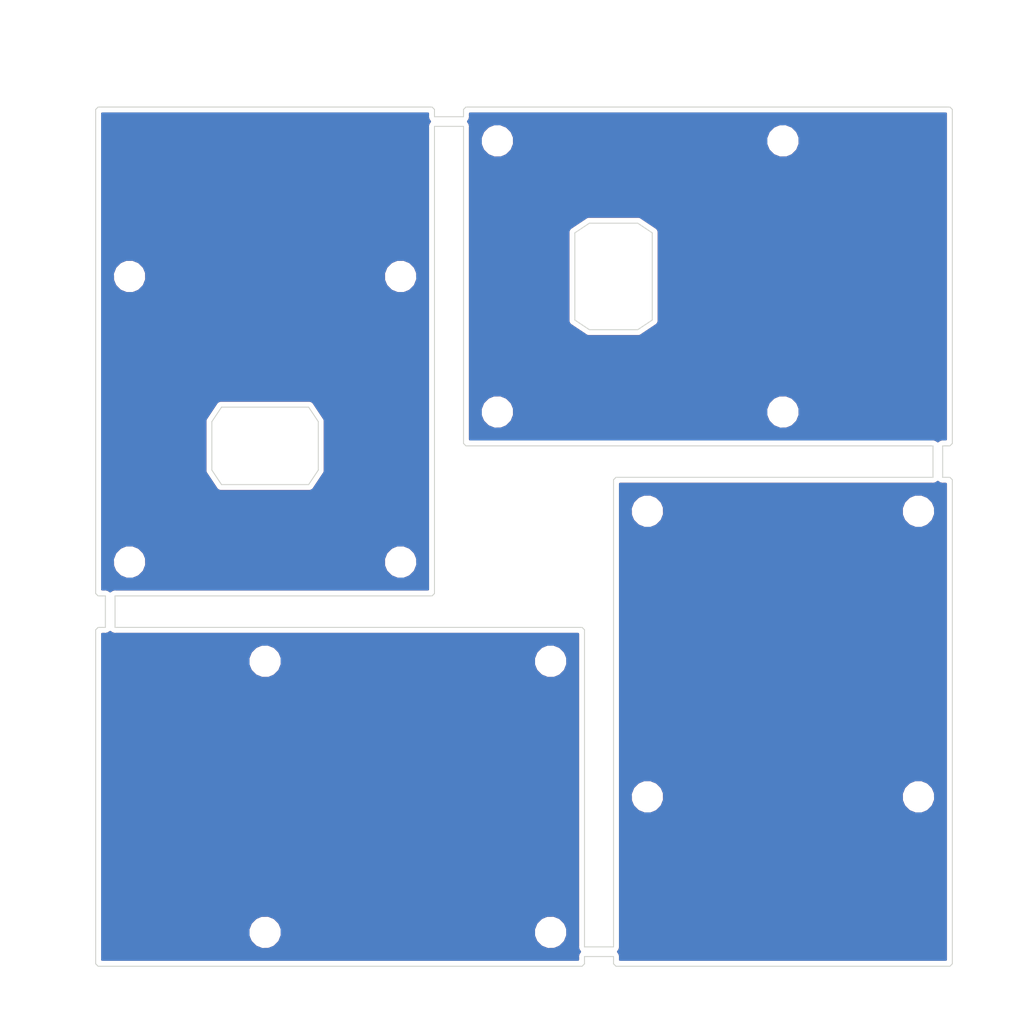
<source format=kicad_pcb>
(kicad_pcb (version 20171130) (host pcbnew "(5.0.1)-3")

  (general
    (thickness 1.6)
    (drawings 69)
    (tracks 0)
    (zones 0)
    (modules 16)
    (nets 1)
  )

  (page A4)
  (layers
    (0 F.Cu signal)
    (31 B.Cu signal)
    (32 B.Adhes user)
    (33 F.Adhes user)
    (34 B.Paste user)
    (35 F.Paste user)
    (36 B.SilkS user)
    (37 F.SilkS user)
    (38 B.Mask user)
    (39 F.Mask user)
    (40 Dwgs.User user)
    (41 Cmts.User user)
    (42 Eco1.User user)
    (43 Eco2.User user)
    (44 Edge.Cuts user)
    (45 Margin user)
    (46 B.CrtYd user)
    (47 F.CrtYd user)
    (48 B.Fab user)
    (49 F.Fab user)
  )

  (setup
    (last_trace_width 0.25)
    (user_trace_width 0.5)
    (trace_clearance 0.2)
    (zone_clearance 0.508)
    (zone_45_only no)
    (trace_min 0.2)
    (segment_width 0.2)
    (edge_width 0.1)
    (via_size 0.8)
    (via_drill 0.4)
    (via_min_size 0.4)
    (via_min_drill 0.3)
    (uvia_size 0.3)
    (uvia_drill 0.1)
    (uvias_allowed no)
    (uvia_min_size 0.2)
    (uvia_min_drill 0.1)
    (pcb_text_width 0.3)
    (pcb_text_size 1.5 1.5)
    (mod_edge_width 0.15)
    (mod_text_size 1 1)
    (mod_text_width 0.15)
    (pad_size 1.5 1.5)
    (pad_drill 0.6)
    (pad_to_mask_clearance 0)
    (solder_mask_min_width 0.25)
    (aux_axis_origin 0 0)
    (visible_elements 7FFFFFFF)
    (pcbplotparams
      (layerselection 0x010f0_ffffffff)
      (usegerberextensions true)
      (usegerberattributes false)
      (usegerberadvancedattributes false)
      (creategerberjobfile false)
      (excludeedgelayer true)
      (linewidth 0.100000)
      (plotframeref false)
      (viasonmask false)
      (mode 1)
      (useauxorigin false)
      (hpglpennumber 1)
      (hpglpenspeed 20)
      (hpglpendiameter 15.000000)
      (psnegative false)
      (psa4output false)
      (plotreference true)
      (plotvalue true)
      (plotinvisibletext false)
      (padsonsilk false)
      (subtractmaskfromsilk false)
      (outputformat 1)
      (mirror false)
      (drillshape 0)
      (scaleselection 1)
      (outputdirectory "../生成ファイル/yukata_MT/"))
  )

  (net 0 "")

  (net_class Default "これはデフォルトのネット クラスです。"
    (clearance 0.2)
    (trace_width 0.25)
    (via_dia 0.8)
    (via_drill 0.4)
    (uvia_dia 0.3)
    (uvia_drill 0.1)
  )

  (module Mounting_Holes:MountingHole_2.2mm_M2 (layer F.Cu) (tedit 5C40A8A5) (tstamp 5C80205E)
    (at 115.25 72 270)
    (descr "Mounting Hole 2.2mm, no annular, M2")
    (tags "mounting hole 2.2mm no annular m2")
    (attr virtual)
    (fp_text reference REF** (at 0 -3.2 270) (layer F.SilkS) hide
      (effects (font (size 1 1) (thickness 0.15)))
    )
    (fp_text value MountingHole_2.2mm_M2 (at 0 3.2 270) (layer F.Fab)
      (effects (font (size 1 1) (thickness 0.15)))
    )
    (fp_circle (center 0 0) (end 2.45 0) (layer F.CrtYd) (width 0.05))
    (fp_circle (center 0 0) (end 2.2 0) (layer Cmts.User) (width 0.15))
    (fp_text user %R (at 0.3 0 270) (layer F.Fab)
      (effects (font (size 1 1) (thickness 0.15)))
    )
    (pad 1 np_thru_hole circle (at 0 0 270) (size 2.2 2.2) (drill 2.2) (layers *.Cu *.Mask))
  )

  (module Mounting_Holes:MountingHole_2.2mm_M2 (layer F.Cu) (tedit 5C40A83E) (tstamp 5C801AA8)
    (at 144.75 44 270)
    (descr "Mounting Hole 2.2mm, no annular, M2")
    (tags "mounting hole 2.2mm no annular m2")
    (attr virtual)
    (fp_text reference REF** (at 0 -3.2 270) (layer F.SilkS) hide
      (effects (font (size 1 1) (thickness 0.15)))
    )
    (fp_text value MountingHole_2.2mm_M2 (at 0 3.2 270) (layer F.Fab)
      (effects (font (size 1 1) (thickness 0.15)))
    )
    (fp_circle (center 0 0) (end 2.45 0) (layer F.CrtYd) (width 0.05))
    (fp_circle (center 0 0) (end 2.2 0) (layer Cmts.User) (width 0.15))
    (fp_text user %R (at 0.3 0 270) (layer F.Fab)
      (effects (font (size 1 1) (thickness 0.15)))
    )
    (pad 1 np_thru_hole circle (at 0 0 270) (size 2.2 2.2) (drill 2.2) (layers *.Cu *.Mask))
  )

  (module Mounting_Holes:MountingHole_2.2mm_M2 (layer F.Cu) (tedit 5C40A84E) (tstamp 5C801998)
    (at 144.75 72 270)
    (descr "Mounting Hole 2.2mm, no annular, M2")
    (tags "mounting hole 2.2mm no annular m2")
    (attr virtual)
    (fp_text reference REF** (at 0 -3.2 270) (layer F.SilkS) hide
      (effects (font (size 1 1) (thickness 0.15)))
    )
    (fp_text value MountingHole_2.2mm_M2 (at 0 3.2 270) (layer F.Fab)
      (effects (font (size 1 1) (thickness 0.15)))
    )
    (fp_circle (center 0 0) (end 2.45 0) (layer F.CrtYd) (width 0.05))
    (fp_circle (center 0 0) (end 2.2 0) (layer Cmts.User) (width 0.15))
    (fp_text user %R (at 0.3 0 270) (layer F.Fab)
      (effects (font (size 1 1) (thickness 0.15)))
    )
    (pad 1 np_thru_hole circle (at 0 0 270) (size 2.2 2.2) (drill 2.2) (layers *.Cu *.Mask))
  )

  (module Mounting_Holes:MountingHole_2.2mm_M2 (layer F.Cu) (tedit 5C40A881) (tstamp 5C801991)
    (at 115.25 44 270)
    (descr "Mounting Hole 2.2mm, no annular, M2")
    (tags "mounting hole 2.2mm no annular m2")
    (attr virtual)
    (fp_text reference REF** (at 0 -3.2 270) (layer F.SilkS) hide
      (effects (font (size 1 1) (thickness 0.15)))
    )
    (fp_text value MountingHole_2.2mm_M2 (at 0 3.2 270) (layer F.Fab)
      (effects (font (size 1 1) (thickness 0.15)))
    )
    (fp_circle (center 0 0) (end 2.45 0) (layer F.CrtYd) (width 0.05))
    (fp_circle (center 0 0) (end 2.2 0) (layer Cmts.User) (width 0.15))
    (fp_text user %R (at 0.3 0 270) (layer F.Fab)
      (effects (font (size 1 1) (thickness 0.15)))
    )
    (pad 1 np_thru_hole circle (at 0 0 270) (size 2.2 2.2) (drill 2.2) (layers *.Cu *.Mask))
  )

  (module Mounting_Holes:MountingHole_2.2mm_M2 (layer F.Cu) (tedit 5C40A8A5) (tstamp 5C80205E)
    (at 130.75 82.25 180)
    (descr "Mounting Hole 2.2mm, no annular, M2")
    (tags "mounting hole 2.2mm no annular m2")
    (attr virtual)
    (fp_text reference REF** (at 0 -3.2 180) (layer F.SilkS) hide
      (effects (font (size 1 1) (thickness 0.15)))
    )
    (fp_text value MountingHole_2.2mm_M2 (at 0 3.2 180) (layer F.Fab)
      (effects (font (size 1 1) (thickness 0.15)))
    )
    (fp_circle (center 0 0) (end 2.45 0) (layer F.CrtYd) (width 0.05))
    (fp_circle (center 0 0) (end 2.2 0) (layer Cmts.User) (width 0.15))
    (fp_text user %R (at 0.3 0 180) (layer F.Fab)
      (effects (font (size 1 1) (thickness 0.15)))
    )
    (pad 1 np_thru_hole circle (at 0 0 180) (size 2.2 2.2) (drill 2.2) (layers *.Cu *.Mask))
  )

  (module Mounting_Holes:MountingHole_2.2mm_M2 (layer F.Cu) (tedit 5C40A83E) (tstamp 5C801AA8)
    (at 158.75 111.75 180)
    (descr "Mounting Hole 2.2mm, no annular, M2")
    (tags "mounting hole 2.2mm no annular m2")
    (attr virtual)
    (fp_text reference REF** (at 0 -3.2 180) (layer F.SilkS) hide
      (effects (font (size 1 1) (thickness 0.15)))
    )
    (fp_text value MountingHole_2.2mm_M2 (at 0 3.2 180) (layer F.Fab)
      (effects (font (size 1 1) (thickness 0.15)))
    )
    (fp_circle (center 0 0) (end 2.45 0) (layer F.CrtYd) (width 0.05))
    (fp_circle (center 0 0) (end 2.2 0) (layer Cmts.User) (width 0.15))
    (fp_text user %R (at 0.3 0 180) (layer F.Fab)
      (effects (font (size 1 1) (thickness 0.15)))
    )
    (pad 1 np_thru_hole circle (at 0 0 180) (size 2.2 2.2) (drill 2.2) (layers *.Cu *.Mask))
  )

  (module Mounting_Holes:MountingHole_2.2mm_M2 (layer F.Cu) (tedit 5C40A84E) (tstamp 5C801998)
    (at 130.75 111.75 180)
    (descr "Mounting Hole 2.2mm, no annular, M2")
    (tags "mounting hole 2.2mm no annular m2")
    (attr virtual)
    (fp_text reference REF** (at 0 -3.2 180) (layer F.SilkS) hide
      (effects (font (size 1 1) (thickness 0.15)))
    )
    (fp_text value MountingHole_2.2mm_M2 (at 0 3.2 180) (layer F.Fab)
      (effects (font (size 1 1) (thickness 0.15)))
    )
    (fp_circle (center 0 0) (end 2.45 0) (layer F.CrtYd) (width 0.05))
    (fp_circle (center 0 0) (end 2.2 0) (layer Cmts.User) (width 0.15))
    (fp_text user %R (at 0.3 0 180) (layer F.Fab)
      (effects (font (size 1 1) (thickness 0.15)))
    )
    (pad 1 np_thru_hole circle (at 0 0 180) (size 2.2 2.2) (drill 2.2) (layers *.Cu *.Mask))
  )

  (module Mounting_Holes:MountingHole_2.2mm_M2 (layer F.Cu) (tedit 5C40A881) (tstamp 5C801991)
    (at 158.75 82.25 180)
    (descr "Mounting Hole 2.2mm, no annular, M2")
    (tags "mounting hole 2.2mm no annular m2")
    (attr virtual)
    (fp_text reference REF** (at 0 -3.2 180) (layer F.SilkS) hide
      (effects (font (size 1 1) (thickness 0.15)))
    )
    (fp_text value MountingHole_2.2mm_M2 (at 0 3.2 180) (layer F.Fab)
      (effects (font (size 1 1) (thickness 0.15)))
    )
    (fp_circle (center 0 0) (end 2.45 0) (layer F.CrtYd) (width 0.05))
    (fp_circle (center 0 0) (end 2.2 0) (layer Cmts.User) (width 0.15))
    (fp_text user %R (at 0.3 0 180) (layer F.Fab)
      (effects (font (size 1 1) (thickness 0.15)))
    )
    (pad 1 np_thru_hole circle (at 0 0 180) (size 2.2 2.2) (drill 2.2) (layers *.Cu *.Mask))
  )

  (module Mounting_Holes:MountingHole_2.2mm_M2 (layer F.Cu) (tedit 5C40A8A5) (tstamp 5C80205E)
    (at 120.75 97.75 90)
    (descr "Mounting Hole 2.2mm, no annular, M2")
    (tags "mounting hole 2.2mm no annular m2")
    (attr virtual)
    (fp_text reference REF** (at 0 -3.2 90) (layer F.SilkS) hide
      (effects (font (size 1 1) (thickness 0.15)))
    )
    (fp_text value MountingHole_2.2mm_M2 (at 0 3.2 90) (layer F.Fab)
      (effects (font (size 1 1) (thickness 0.15)))
    )
    (fp_circle (center 0 0) (end 2.45 0) (layer F.CrtYd) (width 0.05))
    (fp_circle (center 0 0) (end 2.2 0) (layer Cmts.User) (width 0.15))
    (fp_text user %R (at 0.3 0 90) (layer F.Fab)
      (effects (font (size 1 1) (thickness 0.15)))
    )
    (pad 1 np_thru_hole circle (at 0 0 90) (size 2.2 2.2) (drill 2.2) (layers *.Cu *.Mask))
  )

  (module Mounting_Holes:MountingHole_2.2mm_M2 (layer F.Cu) (tedit 5C40A83E) (tstamp 5C801AA8)
    (at 91.25 125.75 90)
    (descr "Mounting Hole 2.2mm, no annular, M2")
    (tags "mounting hole 2.2mm no annular m2")
    (attr virtual)
    (fp_text reference REF** (at 0 -3.2 90) (layer F.SilkS) hide
      (effects (font (size 1 1) (thickness 0.15)))
    )
    (fp_text value MountingHole_2.2mm_M2 (at 0 3.2 90) (layer F.Fab)
      (effects (font (size 1 1) (thickness 0.15)))
    )
    (fp_circle (center 0 0) (end 2.45 0) (layer F.CrtYd) (width 0.05))
    (fp_circle (center 0 0) (end 2.2 0) (layer Cmts.User) (width 0.15))
    (fp_text user %R (at 0.3 0 90) (layer F.Fab)
      (effects (font (size 1 1) (thickness 0.15)))
    )
    (pad 1 np_thru_hole circle (at 0 0 90) (size 2.2 2.2) (drill 2.2) (layers *.Cu *.Mask))
  )

  (module Mounting_Holes:MountingHole_2.2mm_M2 (layer F.Cu) (tedit 5C40A84E) (tstamp 5C801998)
    (at 91.25 97.75 90)
    (descr "Mounting Hole 2.2mm, no annular, M2")
    (tags "mounting hole 2.2mm no annular m2")
    (attr virtual)
    (fp_text reference REF** (at 0 -3.2 90) (layer F.SilkS) hide
      (effects (font (size 1 1) (thickness 0.15)))
    )
    (fp_text value MountingHole_2.2mm_M2 (at 0 3.2 90) (layer F.Fab)
      (effects (font (size 1 1) (thickness 0.15)))
    )
    (fp_circle (center 0 0) (end 2.45 0) (layer F.CrtYd) (width 0.05))
    (fp_circle (center 0 0) (end 2.2 0) (layer Cmts.User) (width 0.15))
    (fp_text user %R (at 0.3 0 90) (layer F.Fab)
      (effects (font (size 1 1) (thickness 0.15)))
    )
    (pad 1 np_thru_hole circle (at 0 0 90) (size 2.2 2.2) (drill 2.2) (layers *.Cu *.Mask))
  )

  (module Mounting_Holes:MountingHole_2.2mm_M2 (layer F.Cu) (tedit 5C40A881) (tstamp 5C801991)
    (at 120.75 125.75 90)
    (descr "Mounting Hole 2.2mm, no annular, M2")
    (tags "mounting hole 2.2mm no annular m2")
    (attr virtual)
    (fp_text reference REF** (at 0 -3.2 90) (layer F.SilkS) hide
      (effects (font (size 1 1) (thickness 0.15)))
    )
    (fp_text value MountingHole_2.2mm_M2 (at 0 3.2 90) (layer F.Fab)
      (effects (font (size 1 1) (thickness 0.15)))
    )
    (fp_circle (center 0 0) (end 2.45 0) (layer F.CrtYd) (width 0.05))
    (fp_circle (center 0 0) (end 2.2 0) (layer Cmts.User) (width 0.15))
    (fp_text user %R (at 0.3 0 90) (layer F.Fab)
      (effects (font (size 1 1) (thickness 0.15)))
    )
    (pad 1 np_thru_hole circle (at 0 0 90) (size 2.2 2.2) (drill 2.2) (layers *.Cu *.Mask))
  )

  (module Mounting_Holes:MountingHole_2.2mm_M2 (layer F.Cu) (tedit 5C40A84E) (tstamp 5C40E8EA)
    (at 105.25 58)
    (descr "Mounting Hole 2.2mm, no annular, M2")
    (tags "mounting hole 2.2mm no annular m2")
    (attr virtual)
    (fp_text reference REF** (at 0 -3.2) (layer F.SilkS) hide
      (effects (font (size 1 1) (thickness 0.15)))
    )
    (fp_text value MountingHole_2.2mm_M2 (at 0 3.2) (layer F.Fab)
      (effects (font (size 1 1) (thickness 0.15)))
    )
    (fp_text user %R (at 0.3 0) (layer F.Fab)
      (effects (font (size 1 1) (thickness 0.15)))
    )
    (fp_circle (center 0 0) (end 2.2 0) (layer Cmts.User) (width 0.15))
    (fp_circle (center 0 0) (end 2.45 0) (layer F.CrtYd) (width 0.05))
    (pad 1 np_thru_hole circle (at 0 0) (size 2.2 2.2) (drill 2.2) (layers *.Cu *.Mask))
  )

  (module Mounting_Holes:MountingHole_2.2mm_M2 (layer F.Cu) (tedit 5C40A83E) (tstamp 5C40E8CA)
    (at 77.25 58)
    (descr "Mounting Hole 2.2mm, no annular, M2")
    (tags "mounting hole 2.2mm no annular m2")
    (attr virtual)
    (fp_text reference REF** (at 0 -3.2) (layer F.SilkS) hide
      (effects (font (size 1 1) (thickness 0.15)))
    )
    (fp_text value MountingHole_2.2mm_M2 (at 0 3.2) (layer F.Fab)
      (effects (font (size 1 1) (thickness 0.15)))
    )
    (fp_text user %R (at 0.3 0) (layer F.Fab)
      (effects (font (size 1 1) (thickness 0.15)))
    )
    (fp_circle (center 0 0) (end 2.2 0) (layer Cmts.User) (width 0.15))
    (fp_circle (center 0 0) (end 2.45 0) (layer F.CrtYd) (width 0.05))
    (pad 1 np_thru_hole circle (at 0 0) (size 2.2 2.2) (drill 2.2) (layers *.Cu *.Mask))
  )

  (module Mounting_Holes:MountingHole_2.2mm_M2 (layer F.Cu) (tedit 5C40A881) (tstamp 5C40E932)
    (at 77.25 87.5)
    (descr "Mounting Hole 2.2mm, no annular, M2")
    (tags "mounting hole 2.2mm no annular m2")
    (attr virtual)
    (fp_text reference REF** (at 0 -3.2) (layer F.SilkS) hide
      (effects (font (size 1 1) (thickness 0.15)))
    )
    (fp_text value MountingHole_2.2mm_M2 (at 0 3.2) (layer F.Fab)
      (effects (font (size 1 1) (thickness 0.15)))
    )
    (fp_text user %R (at 0.3 0) (layer F.Fab)
      (effects (font (size 1 1) (thickness 0.15)))
    )
    (fp_circle (center 0 0) (end 2.2 0) (layer Cmts.User) (width 0.15))
    (fp_circle (center 0 0) (end 2.45 0) (layer F.CrtYd) (width 0.05))
    (pad 1 np_thru_hole circle (at 0 0) (size 2.2 2.2) (drill 2.2) (layers *.Cu *.Mask))
  )

  (module Mounting_Holes:MountingHole_2.2mm_M2 (layer F.Cu) (tedit 5C40A8A5) (tstamp 5C40E97D)
    (at 105.25 87.5)
    (descr "Mounting Hole 2.2mm, no annular, M2")
    (tags "mounting hole 2.2mm no annular m2")
    (attr virtual)
    (fp_text reference REF** (at 0 -3.2) (layer F.SilkS) hide
      (effects (font (size 1 1) (thickness 0.15)))
    )
    (fp_text value MountingHole_2.2mm_M2 (at 0 3.2) (layer F.Fab)
      (effects (font (size 1 1) (thickness 0.15)))
    )
    (fp_text user %R (at 0.3 0) (layer F.Fab)
      (effects (font (size 1 1) (thickness 0.15)))
    )
    (fp_circle (center 0 0) (end 2.2 0) (layer Cmts.User) (width 0.15))
    (fp_circle (center 0 0) (end 2.45 0) (layer F.CrtYd) (width 0.05))
    (pad 1 np_thru_hole circle (at 0 0) (size 2.2 2.2) (drill 2.2) (layers *.Cu *.Mask))
  )

  (dimension 88.75 (width 0.3) (layer B.CrtYd)
    (gr_text "88.750 mm" (at 70.45 84.875 270) (layer B.CrtYd)
      (effects (font (size 1.5 1.5) (thickness 0.3)))
    )
    (feature1 (pts (xy 73.75 129.25) (xy 71.963579 129.25)))
    (feature2 (pts (xy 73.75 40.5) (xy 71.963579 40.5)))
    (crossbar (pts (xy 72.55 40.5) (xy 72.55 129.25)))
    (arrow1a (pts (xy 72.55 129.25) (xy 71.963579 128.123496)))
    (arrow1b (pts (xy 72.55 129.25) (xy 73.136421 128.123496)))
    (arrow2a (pts (xy 72.55 40.5) (xy 71.963579 41.626504)))
    (arrow2b (pts (xy 72.55 40.5) (xy 73.136421 41.626504)))
  )
  (dimension 88.5 (width 0.3) (layer B.CrtYd)
    (gr_text "88.500 mm" (at 118 30.55) (layer B.CrtYd)
      (effects (font (size 1.5 1.5) (thickness 0.3)))
    )
    (feature1 (pts (xy 73.75 40.5) (xy 73.75 32.063579)))
    (feature2 (pts (xy 162.25 40.5) (xy 162.25 32.063579)))
    (crossbar (pts (xy 162.25 32.65) (xy 73.75 32.65)))
    (arrow1a (pts (xy 73.75 32.65) (xy 74.876504 32.063579)))
    (arrow1b (pts (xy 73.75 32.65) (xy 74.876504 33.236421)))
    (arrow2a (pts (xy 162.25 32.65) (xy 161.123496 32.063579)))
    (arrow2b (pts (xy 162.25 32.65) (xy 161.123496 33.236421)))
  )
  (gr_line (start 111.75 40.75) (end 111.75 41.5) (layer Edge.Cuts) (width 0.1))
  (gr_line (start 74.75 91) (end 74 91) (layer Edge.Cuts) (width 0.1))
  (gr_line (start 124.25 128.25) (end 124.25 129) (layer Edge.Cuts) (width 0.1))
  (gr_line (start 161.25 78.75) (end 162 78.75) (layer Edge.Cuts) (width 0.1))
  (gr_line (start 131.25 53.5) (end 129.75 52.5) (layer Edge.Cuts) (width 0.1) (tstamp 5C802072))
  (gr_line (start 124.75 52.5) (end 129.75 52.5) (layer Edge.Cuts) (width 0.1) (tstamp 5C802071))
  (gr_line (start 123.25 62.5) (end 123.25 53.5) (layer Edge.Cuts) (width 0.1) (tstamp 5C802070))
  (gr_line (start 131.25 53.5) (end 131.25 62.5) (layer Edge.Cuts) (width 0.1) (tstamp 5C80206F))
  (gr_line (start 160.25 78.75) (end 160.25 75.5) (layer Edge.Cuts) (width 0.1) (tstamp 5C80206E))
  (gr_line (start 161.25 75.5) (end 161.25 78.75) (layer Edge.Cuts) (width 0.1) (tstamp 5C80206D))
  (gr_line (start 160.25 75.5) (end 112 75.5) (layer Edge.Cuts) (width 0.1) (tstamp 5C80206C))
  (gr_line (start 123.25 62.5) (end 124.75 63.5) (layer Edge.Cuts) (width 0.1) (tstamp 5C80206B))
  (gr_line (start 124.75 63.5) (end 129.75 63.5) (layer Edge.Cuts) (width 0.1) (tstamp 5C80206A))
  (gr_line (start 161.25 75.5) (end 162 75.5) (layer Edge.Cuts) (width 0.1) (tstamp 5C802069))
  (gr_line (start 129.75 63.5) (end 131.25 62.5) (layer Edge.Cuts) (width 0.1) (tstamp 5C802068))
  (gr_line (start 162 40.5) (end 112 40.5) (layer Edge.Cuts) (width 0.1) (tstamp 5C802067))
  (gr_line (start 162.25 75.25) (end 162.25 40.75) (layer Edge.Cuts) (width 0.1) (tstamp 5C802066))
  (gr_line (start 124.75 52.5) (end 123.25 53.5) (layer Edge.Cuts) (width 0.1) (tstamp 5C802065))
  (gr_line (start 111.75 42.5) (end 111.75 75.25) (layer Edge.Cuts) (width 0.1) (tstamp 5C8012AD))
  (gr_line (start 162.25 40.75) (end 162 40.5) (layer Edge.Cuts) (width 0.1) (tstamp 5C8012AA))
  (gr_line (start 111.75 40.75) (end 112 40.5) (layer Edge.Cuts) (width 0.1) (tstamp 5C8012A9))
  (gr_line (start 111.75 75.25) (end 112 75.5) (layer Edge.Cuts) (width 0.1) (tstamp 5C8012A6))
  (gr_line (start 162.25 75.25) (end 162 75.5) (layer Edge.Cuts) (width 0.1) (tstamp 5C8012A5))
  (gr_line (start 124.25 127.25) (end 127.25 127.25) (layer Edge.Cuts) (width 0.1) (tstamp 5C80206E))
  (gr_line (start 127.25 128.25) (end 124.25 128.25) (layer Edge.Cuts) (width 0.1) (tstamp 5C80206D))
  (gr_line (start 127.25 127.25) (end 127.25 79) (layer Edge.Cuts) (width 0.1) (tstamp 5C80206C))
  (gr_line (start 127.25 128.25) (end 127.25 129) (layer Edge.Cuts) (width 0.1) (tstamp 5C802069))
  (gr_line (start 162.25 129) (end 162.25 79) (layer Edge.Cuts) (width 0.1) (tstamp 5C802067))
  (gr_line (start 127.5 129.25) (end 162 129.25) (layer Edge.Cuts) (width 0.1) (tstamp 5C802066))
  (gr_line (start 160.25 78.75) (end 127.5 78.75) (layer Edge.Cuts) (width 0.1) (tstamp 5C8012AD))
  (gr_line (start 162 129.25) (end 162.25 129) (layer Edge.Cuts) (width 0.1) (tstamp 5C8012AA))
  (gr_line (start 162 78.75) (end 162.25 79) (layer Edge.Cuts) (width 0.1) (tstamp 5C8012A9))
  (gr_line (start 127.5 78.75) (end 127.25 79) (layer Edge.Cuts) (width 0.1) (tstamp 5C8012A6))
  (gr_line (start 127.5 129.25) (end 127.25 129) (layer Edge.Cuts) (width 0.1) (tstamp 5C8012A5))
  (gr_line (start 75.75 91) (end 75.75 94.25) (layer Edge.Cuts) (width 0.1) (tstamp 5C80206E))
  (gr_line (start 74.75 94.25) (end 74.75 91) (layer Edge.Cuts) (width 0.1) (tstamp 5C80206D))
  (gr_line (start 75.75 94.25) (end 124 94.25) (layer Edge.Cuts) (width 0.1) (tstamp 5C80206C))
  (gr_line (start 74.75 94.25) (end 74 94.25) (layer Edge.Cuts) (width 0.1) (tstamp 5C802069))
  (gr_line (start 74 129.25) (end 124 129.25) (layer Edge.Cuts) (width 0.1) (tstamp 5C802067))
  (gr_line (start 73.75 94.5) (end 73.75 129) (layer Edge.Cuts) (width 0.1) (tstamp 5C802066))
  (gr_line (start 124.25 127.25) (end 124.25 94.5) (layer Edge.Cuts) (width 0.1) (tstamp 5C8012AD))
  (gr_line (start 73.75 129) (end 74 129.25) (layer Edge.Cuts) (width 0.1) (tstamp 5C8012AA))
  (gr_line (start 124.25 129) (end 124 129.25) (layer Edge.Cuts) (width 0.1) (tstamp 5C8012A9))
  (gr_line (start 124.25 94.5) (end 124 94.25) (layer Edge.Cuts) (width 0.1) (tstamp 5C8012A6))
  (gr_line (start 73.75 94.5) (end 74 94.25) (layer Edge.Cuts) (width 0.1) (tstamp 5C8012A5))
  (dimension 50.5 (width 0.3) (layer B.CrtYd)
    (gr_text "50.500 mm" (at 69.4 65.75 270) (layer B.CrtYd)
      (effects (font (size 1.5 1.5) (thickness 0.3)))
    )
    (feature1 (pts (xy 74 91) (xy 70.913579 91)))
    (feature2 (pts (xy 74 40.5) (xy 70.913579 40.5)))
    (crossbar (pts (xy 71.5 40.5) (xy 71.5 91)))
    (arrow1a (pts (xy 71.5 91) (xy 70.913579 89.873496)))
    (arrow1b (pts (xy 71.5 91) (xy 72.086421 89.873496)))
    (arrow2a (pts (xy 71.5 40.5) (xy 70.913579 41.626504)))
    (arrow2b (pts (xy 71.5 40.5) (xy 72.086421 41.626504)))
  )
  (dimension 35 (width 0.3) (layer B.CrtYd)
    (gr_text "35.000 mm" (at 91.25 36.4) (layer B.CrtYd)
      (effects (font (size 1.5 1.5) (thickness 0.3)))
    )
    (feature1 (pts (xy 73.75 40.75) (xy 73.75 37.913579)))
    (feature2 (pts (xy 108.75 40.75) (xy 108.75 37.913579)))
    (crossbar (pts (xy 108.75 38.5) (xy 73.75 38.5)))
    (arrow1a (pts (xy 73.75 38.5) (xy 74.876504 37.913579)))
    (arrow1b (pts (xy 73.75 38.5) (xy 74.876504 39.086421)))
    (arrow2a (pts (xy 108.75 38.5) (xy 107.623496 37.913579)))
    (arrow2b (pts (xy 108.75 38.5) (xy 107.623496 39.086421)))
  )
  (gr_line (start 108.5 40.5) (end 108.75 40.75) (layer Edge.Cuts) (width 0.1))
  (gr_line (start 108.5 91) (end 108.75 90.75) (layer Edge.Cuts) (width 0.1))
  (gr_line (start 74 91) (end 73.75 90.75) (layer Edge.Cuts) (width 0.1))
  (gr_line (start 74 40.5) (end 73.75 40.75) (layer Edge.Cuts) (width 0.1))
  (gr_line (start 75.75 91) (end 108.5 91) (layer Edge.Cuts) (width 0.1))
  (gr_circle (center 146.5 53.75) (end 154.25 58.8) (layer Dwgs.User) (width 0.1))
  (gr_line (start 85.75 78) (end 86.75 79.5) (layer Edge.Cuts) (width 0.1))
  (gr_line (start 86.75 71.5) (end 85.75 73) (layer Edge.Cuts) (width 0.1))
  (gr_line (start 96.75 73) (end 95.75 71.5) (layer Edge.Cuts) (width 0.1))
  (gr_line (start 95.75 79.5) (end 96.75 78) (layer Edge.Cuts) (width 0.1))
  (gr_line (start 108.75 41.5) (end 108.75 40.75) (layer Edge.Cuts) (width 0.1))
  (gr_line (start 108.75 42.5) (end 108.75 90.75) (layer Edge.Cuts) (width 0.1))
  (gr_line (start 111.75 42.5) (end 108.75 42.5) (layer Edge.Cuts) (width 0.1))
  (gr_line (start 108.75 41.5) (end 111.75 41.5) (layer Edge.Cuts) (width 0.1))
  (gr_line (start 108.5 40.5) (end 74 40.5) (layer Edge.Cuts) (width 0.1))
  (gr_line (start 73.75 40.75) (end 73.75 90.75) (layer Edge.Cuts) (width 0.1))
  (gr_line (start 85.75 78) (end 85.75 73) (layer Edge.Cuts) (width 0.1))
  (gr_line (start 95.75 79.5) (end 86.75 79.5) (layer Edge.Cuts) (width 0.1))
  (gr_line (start 86.75 71.5) (end 95.75 71.5) (layer Edge.Cuts) (width 0.1))
  (gr_line (start 96.75 78) (end 96.75 73) (layer Edge.Cuts) (width 0.1))

  (zone (net 0) (net_name "") (layers F&B.Cu) (tstamp 0) (hatch edge 0.508)
    (connect_pads (clearance 0.508))
    (min_thickness 0.254)
    (keepout (tracks not_allowed) (vias not_allowed) (copperpour not_allowed))
    (fill (arc_segments 16) (thermal_gap 0.508) (thermal_bridge_width 0.508))
    (polygon
      (pts
        (xy 85.75 73) (xy 85.75 78) (xy 86.75 79.5) (xy 95.75 79.5) (xy 96.75 78)
        (xy 96.75 73) (xy 95.75 71.5) (xy 86.75 71.5)
      )
    )
  )
  (zone (net 0) (net_name "") (layers F&B.Cu) (tstamp 5C802073) (hatch edge 0.508)
    (connect_pads (clearance 0.508))
    (min_thickness 0.254)
    (keepout (tracks not_allowed) (vias not_allowed) (copperpour not_allowed))
    (fill (arc_segments 16) (thermal_gap 0.508) (thermal_bridge_width 0.508))
    (polygon
      (pts
        (xy 129.75 52.5) (xy 124.75 52.5) (xy 123.25 53.5) (xy 123.25 62.5) (xy 124.75 63.5)
        (xy 129.75 63.5) (xy 131.25 62.5) (xy 131.25 53.5)
      )
    )
  )
  (zone (net 0) (net_name "") (layer F.Cu) (tstamp 5C853A99) (hatch edge 0.508)
    (connect_pads (clearance 0.508))
    (min_thickness 0.254)
    (fill yes (arc_segments 16) (thermal_gap 0.508) (thermal_bridge_width 0.508))
    (polygon
      (pts
        (xy 73.75 40.5) (xy 162.25 40.5) (xy 162.25 129.25) (xy 73.75 129.25)
      )
    )
    (filled_polygon
      (pts
        (xy 160.756143 79.243857) (xy 160.982727 79.395255) (xy 161.182538 79.435) (xy 161.182539 79.435) (xy 161.25 79.448419)
        (xy 161.317462 79.435) (xy 161.565001 79.435) (xy 161.565 128.565) (xy 127.935 128.565) (xy 127.935 128.317462)
        (xy 127.948419 128.25) (xy 127.895255 127.982727) (xy 127.743857 127.756143) (xy 127.734663 127.75) (xy 127.743857 127.743857)
        (xy 127.895255 127.517273) (xy 127.948419 127.25) (xy 127.935 127.182538) (xy 127.935 111.461593) (xy 129.004677 111.461593)
        (xy 129.015 111.778284) (xy 129.015 112.095113) (xy 129.02621 112.122176) (xy 129.027164 112.151453) (xy 129.247901 112.684359)
        (xy 129.261293 112.689716) (xy 129.279138 112.732799) (xy 129.767201 113.220862) (xy 129.810284 113.238707) (xy 129.815641 113.252099)
        (xy 130.112171 113.363753) (xy 130.404887 113.485) (xy 130.434177 113.485) (xy 130.461593 113.495323) (xy 130.778284 113.485)
        (xy 131.095113 113.485) (xy 131.122176 113.47379) (xy 131.151453 113.472836) (xy 131.684359 113.252099) (xy 131.689716 113.238707)
        (xy 131.732799 113.220862) (xy 132.220862 112.732799) (xy 132.238707 112.689716) (xy 132.252099 112.684359) (xy 132.363753 112.387829)
        (xy 132.485 112.095113) (xy 132.485 112.065823) (xy 132.495323 112.038407) (xy 132.485 111.721716) (xy 132.485 111.461593)
        (xy 157.004677 111.461593) (xy 157.015 111.778284) (xy 157.015 112.095113) (xy 157.02621 112.122176) (xy 157.027164 112.151453)
        (xy 157.247901 112.684359) (xy 157.261293 112.689716) (xy 157.279138 112.732799) (xy 157.767201 113.220862) (xy 157.810284 113.238707)
        (xy 157.815641 113.252099) (xy 158.112171 113.363753) (xy 158.404887 113.485) (xy 158.434177 113.485) (xy 158.461593 113.495323)
        (xy 158.778284 113.485) (xy 159.095113 113.485) (xy 159.122176 113.47379) (xy 159.151453 113.472836) (xy 159.684359 113.252099)
        (xy 159.689716 113.238707) (xy 159.732799 113.220862) (xy 160.220862 112.732799) (xy 160.238707 112.689716) (xy 160.252099 112.684359)
        (xy 160.363753 112.387829) (xy 160.485 112.095113) (xy 160.485 112.065823) (xy 160.495323 112.038407) (xy 160.485 111.721716)
        (xy 160.485 111.404887) (xy 160.47379 111.377824) (xy 160.472836 111.348547) (xy 160.252099 110.815641) (xy 160.238707 110.810284)
        (xy 160.220862 110.767201) (xy 159.732799 110.279138) (xy 159.689716 110.261293) (xy 159.684359 110.247901) (xy 159.387829 110.136247)
        (xy 159.095113 110.015) (xy 159.065823 110.015) (xy 159.038407 110.004677) (xy 158.721716 110.015) (xy 158.404887 110.015)
        (xy 158.377824 110.02621) (xy 158.348547 110.027164) (xy 157.815641 110.247901) (xy 157.810284 110.261293) (xy 157.767201 110.279138)
        (xy 157.279138 110.767201) (xy 157.261293 110.810284) (xy 157.247901 110.815641) (xy 157.136247 111.112171) (xy 157.015 111.404887)
        (xy 157.015 111.434177) (xy 157.004677 111.461593) (xy 132.485 111.461593) (xy 132.485 111.404887) (xy 132.47379 111.377824)
        (xy 132.472836 111.348547) (xy 132.252099 110.815641) (xy 132.238707 110.810284) (xy 132.220862 110.767201) (xy 131.732799 110.279138)
        (xy 131.689716 110.261293) (xy 131.684359 110.247901) (xy 131.387829 110.136247) (xy 131.095113 110.015) (xy 131.065823 110.015)
        (xy 131.038407 110.004677) (xy 130.721716 110.015) (xy 130.404887 110.015) (xy 130.377824 110.02621) (xy 130.348547 110.027164)
        (xy 129.815641 110.247901) (xy 129.810284 110.261293) (xy 129.767201 110.279138) (xy 129.279138 110.767201) (xy 129.261293 110.810284)
        (xy 129.247901 110.815641) (xy 129.136247 111.112171) (xy 129.015 111.404887) (xy 129.015 111.434177) (xy 129.004677 111.461593)
        (xy 127.935 111.461593) (xy 127.935 81.961593) (xy 129.004677 81.961593) (xy 129.015 82.278284) (xy 129.015 82.595113)
        (xy 129.02621 82.622176) (xy 129.027164 82.651453) (xy 129.247901 83.184359) (xy 129.261293 83.189716) (xy 129.279138 83.232799)
        (xy 129.767201 83.720862) (xy 129.810284 83.738707) (xy 129.815641 83.752099) (xy 130.112171 83.863753) (xy 130.404887 83.985)
        (xy 130.434177 83.985) (xy 130.461593 83.995323) (xy 130.778284 83.985) (xy 131.095113 83.985) (xy 131.122176 83.97379)
        (xy 131.151453 83.972836) (xy 131.684359 83.752099) (xy 131.689716 83.738707) (xy 131.732799 83.720862) (xy 132.220862 83.232799)
        (xy 132.238707 83.189716) (xy 132.252099 83.184359) (xy 132.363753 82.887829) (xy 132.485 82.595113) (xy 132.485 82.565823)
        (xy 132.495323 82.538407) (xy 132.485 82.221716) (xy 132.485 81.961593) (xy 157.004677 81.961593) (xy 157.015 82.278284)
        (xy 157.015 82.595113) (xy 157.02621 82.622176) (xy 157.027164 82.651453) (xy 157.247901 83.184359) (xy 157.261293 83.189716)
        (xy 157.279138 83.232799) (xy 157.767201 83.720862) (xy 157.810284 83.738707) (xy 157.815641 83.752099) (xy 158.112171 83.863753)
        (xy 158.404887 83.985) (xy 158.434177 83.985) (xy 158.461593 83.995323) (xy 158.778284 83.985) (xy 159.095113 83.985)
        (xy 159.122176 83.97379) (xy 159.151453 83.972836) (xy 159.684359 83.752099) (xy 159.689716 83.738707) (xy 159.732799 83.720862)
        (xy 160.220862 83.232799) (xy 160.238707 83.189716) (xy 160.252099 83.184359) (xy 160.363753 82.887829) (xy 160.485 82.595113)
        (xy 160.485 82.565823) (xy 160.495323 82.538407) (xy 160.485 82.221716) (xy 160.485 81.904887) (xy 160.47379 81.877824)
        (xy 160.472836 81.848547) (xy 160.252099 81.315641) (xy 160.238707 81.310284) (xy 160.220862 81.267201) (xy 159.732799 80.779138)
        (xy 159.689716 80.761293) (xy 159.684359 80.747901) (xy 159.387829 80.636247) (xy 159.095113 80.515) (xy 159.065823 80.515)
        (xy 159.038407 80.504677) (xy 158.721716 80.515) (xy 158.404887 80.515) (xy 158.377824 80.52621) (xy 158.348547 80.527164)
        (xy 157.815641 80.747901) (xy 157.810284 80.761293) (xy 157.767201 80.779138) (xy 157.279138 81.267201) (xy 157.261293 81.310284)
        (xy 157.247901 81.315641) (xy 157.136247 81.612171) (xy 157.015 81.904887) (xy 157.015 81.934177) (xy 157.004677 81.961593)
        (xy 132.485 81.961593) (xy 132.485 81.904887) (xy 132.47379 81.877824) (xy 132.472836 81.848547) (xy 132.252099 81.315641)
        (xy 132.238707 81.310284) (xy 132.220862 81.267201) (xy 131.732799 80.779138) (xy 131.689716 80.761293) (xy 131.684359 80.747901)
        (xy 131.387829 80.636247) (xy 131.095113 80.515) (xy 131.065823 80.515) (xy 131.038407 80.504677) (xy 130.721716 80.515)
        (xy 130.404887 80.515) (xy 130.377824 80.52621) (xy 130.348547 80.527164) (xy 129.815641 80.747901) (xy 129.810284 80.761293)
        (xy 129.767201 80.779138) (xy 129.279138 81.267201) (xy 129.261293 81.310284) (xy 129.247901 81.315641) (xy 129.136247 81.612171)
        (xy 129.015 81.904887) (xy 129.015 81.934177) (xy 129.004677 81.961593) (xy 127.935 81.961593) (xy 127.935 79.435)
        (xy 160.182538 79.435) (xy 160.25 79.448419) (xy 160.317461 79.435) (xy 160.317462 79.435) (xy 160.517273 79.395255)
        (xy 160.743857 79.243857) (xy 160.75 79.234663)
      )
    )
    (filled_polygon
      (pts
        (xy 75.256143 94.743857) (xy 75.482727 94.895255) (xy 75.682538 94.935) (xy 75.682539 94.935) (xy 75.75 94.948419)
        (xy 75.817462 94.935) (xy 123.565001 94.935) (xy 123.565 127.182538) (xy 123.551581 127.25) (xy 123.604745 127.517273)
        (xy 123.756143 127.743857) (xy 123.765337 127.75) (xy 123.756143 127.756143) (xy 123.604745 127.982727) (xy 123.551581 128.25)
        (xy 123.565 128.317462) (xy 123.565 128.565) (xy 74.435 128.565) (xy 74.435 125.461593) (xy 89.504677 125.461593)
        (xy 89.515 125.778284) (xy 89.515 126.095113) (xy 89.52621 126.122176) (xy 89.527164 126.151453) (xy 89.747901 126.684359)
        (xy 89.761293 126.689716) (xy 89.779138 126.732799) (xy 90.267201 127.220862) (xy 90.310284 127.238707) (xy 90.315641 127.252099)
        (xy 90.612171 127.363753) (xy 90.904887 127.485) (xy 90.934177 127.485) (xy 90.961593 127.495323) (xy 91.278284 127.485)
        (xy 91.595113 127.485) (xy 91.622176 127.47379) (xy 91.651453 127.472836) (xy 92.184359 127.252099) (xy 92.189716 127.238707)
        (xy 92.232799 127.220862) (xy 92.720862 126.732799) (xy 92.738707 126.689716) (xy 92.752099 126.684359) (xy 92.863753 126.387829)
        (xy 92.985 126.095113) (xy 92.985 126.065823) (xy 92.995323 126.038407) (xy 92.985 125.721716) (xy 92.985 125.461593)
        (xy 119.004677 125.461593) (xy 119.015 125.778284) (xy 119.015 126.095113) (xy 119.02621 126.122176) (xy 119.027164 126.151453)
        (xy 119.247901 126.684359) (xy 119.261293 126.689716) (xy 119.279138 126.732799) (xy 119.767201 127.220862) (xy 119.810284 127.238707)
        (xy 119.815641 127.252099) (xy 120.112171 127.363753) (xy 120.404887 127.485) (xy 120.434177 127.485) (xy 120.461593 127.495323)
        (xy 120.778284 127.485) (xy 121.095113 127.485) (xy 121.122176 127.47379) (xy 121.151453 127.472836) (xy 121.684359 127.252099)
        (xy 121.689716 127.238707) (xy 121.732799 127.220862) (xy 122.220862 126.732799) (xy 122.238707 126.689716) (xy 122.252099 126.684359)
        (xy 122.363753 126.387829) (xy 122.485 126.095113) (xy 122.485 126.065823) (xy 122.495323 126.038407) (xy 122.485 125.721716)
        (xy 122.485 125.404887) (xy 122.47379 125.377824) (xy 122.472836 125.348547) (xy 122.252099 124.815641) (xy 122.238707 124.810284)
        (xy 122.220862 124.767201) (xy 121.732799 124.279138) (xy 121.689716 124.261293) (xy 121.684359 124.247901) (xy 121.387829 124.136247)
        (xy 121.095113 124.015) (xy 121.065823 124.015) (xy 121.038407 124.004677) (xy 120.721716 124.015) (xy 120.404887 124.015)
        (xy 120.377824 124.02621) (xy 120.348547 124.027164) (xy 119.815641 124.247901) (xy 119.810284 124.261293) (xy 119.767201 124.279138)
        (xy 119.279138 124.767201) (xy 119.261293 124.810284) (xy 119.247901 124.815641) (xy 119.136247 125.112171) (xy 119.015 125.404887)
        (xy 119.015 125.434177) (xy 119.004677 125.461593) (xy 92.985 125.461593) (xy 92.985 125.404887) (xy 92.97379 125.377824)
        (xy 92.972836 125.348547) (xy 92.752099 124.815641) (xy 92.738707 124.810284) (xy 92.720862 124.767201) (xy 92.232799 124.279138)
        (xy 92.189716 124.261293) (xy 92.184359 124.247901) (xy 91.887829 124.136247) (xy 91.595113 124.015) (xy 91.565823 124.015)
        (xy 91.538407 124.004677) (xy 91.221716 124.015) (xy 90.904887 124.015) (xy 90.877824 124.02621) (xy 90.848547 124.027164)
        (xy 90.315641 124.247901) (xy 90.310284 124.261293) (xy 90.267201 124.279138) (xy 89.779138 124.767201) (xy 89.761293 124.810284)
        (xy 89.747901 124.815641) (xy 89.636247 125.112171) (xy 89.515 125.404887) (xy 89.515 125.434177) (xy 89.504677 125.461593)
        (xy 74.435 125.461593) (xy 74.435 97.461593) (xy 89.504677 97.461593) (xy 89.515 97.778284) (xy 89.515 98.095113)
        (xy 89.52621 98.122176) (xy 89.527164 98.151453) (xy 89.747901 98.684359) (xy 89.761293 98.689716) (xy 89.779138 98.732799)
        (xy 90.267201 99.220862) (xy 90.310284 99.238707) (xy 90.315641 99.252099) (xy 90.612171 99.363753) (xy 90.904887 99.485)
        (xy 90.934177 99.485) (xy 90.961593 99.495323) (xy 91.278284 99.485) (xy 91.595113 99.485) (xy 91.622176 99.47379)
        (xy 91.651453 99.472836) (xy 92.184359 99.252099) (xy 92.189716 99.238707) (xy 92.232799 99.220862) (xy 92.720862 98.732799)
        (xy 92.738707 98.689716) (xy 92.752099 98.684359) (xy 92.863753 98.387829) (xy 92.985 98.095113) (xy 92.985 98.065823)
        (xy 92.995323 98.038407) (xy 92.985 97.721716) (xy 92.985 97.461593) (xy 119.004677 97.461593) (xy 119.015 97.778284)
        (xy 119.015 98.095113) (xy 119.02621 98.122176) (xy 119.027164 98.151453) (xy 119.247901 98.684359) (xy 119.261293 98.689716)
        (xy 119.279138 98.732799) (xy 119.767201 99.220862) (xy 119.810284 99.238707) (xy 119.815641 99.252099) (xy 120.112171 99.363753)
        (xy 120.404887 99.485) (xy 120.434177 99.485) (xy 120.461593 99.495323) (xy 120.778284 99.485) (xy 121.095113 99.485)
        (xy 121.122176 99.47379) (xy 121.151453 99.472836) (xy 121.684359 99.252099) (xy 121.689716 99.238707) (xy 121.732799 99.220862)
        (xy 122.220862 98.732799) (xy 122.238707 98.689716) (xy 122.252099 98.684359) (xy 122.363753 98.387829) (xy 122.485 98.095113)
        (xy 122.485 98.065823) (xy 122.495323 98.038407) (xy 122.485 97.721716) (xy 122.485 97.404887) (xy 122.47379 97.377824)
        (xy 122.472836 97.348547) (xy 122.252099 96.815641) (xy 122.238707 96.810284) (xy 122.220862 96.767201) (xy 121.732799 96.279138)
        (xy 121.689716 96.261293) (xy 121.684359 96.247901) (xy 121.387829 96.136247) (xy 121.095113 96.015) (xy 121.065823 96.015)
        (xy 121.038407 96.004677) (xy 120.721716 96.015) (xy 120.404887 96.015) (xy 120.377824 96.02621) (xy 120.348547 96.027164)
        (xy 119.815641 96.247901) (xy 119.810284 96.261293) (xy 119.767201 96.279138) (xy 119.279138 96.767201) (xy 119.261293 96.810284)
        (xy 119.247901 96.815641) (xy 119.136247 97.112171) (xy 119.015 97.404887) (xy 119.015 97.434177) (xy 119.004677 97.461593)
        (xy 92.985 97.461593) (xy 92.985 97.404887) (xy 92.97379 97.377824) (xy 92.972836 97.348547) (xy 92.752099 96.815641)
        (xy 92.738707 96.810284) (xy 92.720862 96.767201) (xy 92.232799 96.279138) (xy 92.189716 96.261293) (xy 92.184359 96.247901)
        (xy 91.887829 96.136247) (xy 91.595113 96.015) (xy 91.565823 96.015) (xy 91.538407 96.004677) (xy 91.221716 96.015)
        (xy 90.904887 96.015) (xy 90.877824 96.02621) (xy 90.848547 96.027164) (xy 90.315641 96.247901) (xy 90.310284 96.261293)
        (xy 90.267201 96.279138) (xy 89.779138 96.767201) (xy 89.761293 96.810284) (xy 89.747901 96.815641) (xy 89.636247 97.112171)
        (xy 89.515 97.404887) (xy 89.515 97.434177) (xy 89.504677 97.461593) (xy 74.435 97.461593) (xy 74.435 94.935)
        (xy 74.682538 94.935) (xy 74.75 94.948419) (xy 74.817461 94.935) (xy 74.817462 94.935) (xy 75.017273 94.895255)
        (xy 75.243857 94.743857) (xy 75.25 94.734663)
      )
    )
    (filled_polygon
      (pts
        (xy 108.065 41.432538) (xy 108.051581 41.5) (xy 108.104745 41.767273) (xy 108.256143 41.993857) (xy 108.265337 42)
        (xy 108.256143 42.006143) (xy 108.104745 42.232727) (xy 108.051581 42.5) (xy 108.065 42.567462) (xy 108.065001 90.315)
        (xy 75.817461 90.315) (xy 75.75 90.301581) (xy 75.682538 90.315) (xy 75.482727 90.354745) (xy 75.256143 90.506143)
        (xy 75.25 90.515337) (xy 75.243857 90.506143) (xy 75.017273 90.354745) (xy 74.817462 90.315) (xy 74.75 90.301581)
        (xy 74.682539 90.315) (xy 74.435 90.315) (xy 74.435 87.211593) (xy 75.504677 87.211593) (xy 75.515 87.528284)
        (xy 75.515 87.845113) (xy 75.52621 87.872176) (xy 75.527164 87.901453) (xy 75.747901 88.434359) (xy 75.761293 88.439716)
        (xy 75.779138 88.482799) (xy 76.267201 88.970862) (xy 76.310284 88.988707) (xy 76.315641 89.002099) (xy 76.612171 89.113753)
        (xy 76.904887 89.235) (xy 76.934177 89.235) (xy 76.961593 89.245323) (xy 77.278284 89.235) (xy 77.595113 89.235)
        (xy 77.622176 89.22379) (xy 77.651453 89.222836) (xy 78.184359 89.002099) (xy 78.189716 88.988707) (xy 78.232799 88.970862)
        (xy 78.720862 88.482799) (xy 78.738707 88.439716) (xy 78.752099 88.434359) (xy 78.863753 88.137829) (xy 78.985 87.845113)
        (xy 78.985 87.815823) (xy 78.995323 87.788407) (xy 78.985 87.471716) (xy 78.985 87.211593) (xy 103.504677 87.211593)
        (xy 103.515 87.528284) (xy 103.515 87.845113) (xy 103.52621 87.872176) (xy 103.527164 87.901453) (xy 103.747901 88.434359)
        (xy 103.761293 88.439716) (xy 103.779138 88.482799) (xy 104.267201 88.970862) (xy 104.310284 88.988707) (xy 104.315641 89.002099)
        (xy 104.612171 89.113753) (xy 104.904887 89.235) (xy 104.934177 89.235) (xy 104.961593 89.245323) (xy 105.278284 89.235)
        (xy 105.595113 89.235) (xy 105.622176 89.22379) (xy 105.651453 89.222836) (xy 106.184359 89.002099) (xy 106.189716 88.988707)
        (xy 106.232799 88.970862) (xy 106.720862 88.482799) (xy 106.738707 88.439716) (xy 106.752099 88.434359) (xy 106.863753 88.137829)
        (xy 106.985 87.845113) (xy 106.985 87.815823) (xy 106.995323 87.788407) (xy 106.985 87.471716) (xy 106.985 87.154887)
        (xy 106.97379 87.127824) (xy 106.972836 87.098547) (xy 106.752099 86.565641) (xy 106.738707 86.560284) (xy 106.720862 86.517201)
        (xy 106.232799 86.029138) (xy 106.189716 86.011293) (xy 106.184359 85.997901) (xy 105.887829 85.886247) (xy 105.595113 85.765)
        (xy 105.565823 85.765) (xy 105.538407 85.754677) (xy 105.221716 85.765) (xy 104.904887 85.765) (xy 104.877824 85.77621)
        (xy 104.848547 85.777164) (xy 104.315641 85.997901) (xy 104.310284 86.011293) (xy 104.267201 86.029138) (xy 103.779138 86.517201)
        (xy 103.761293 86.560284) (xy 103.747901 86.565641) (xy 103.636247 86.862171) (xy 103.515 87.154887) (xy 103.515 87.184177)
        (xy 103.504677 87.211593) (xy 78.985 87.211593) (xy 78.985 87.154887) (xy 78.97379 87.127824) (xy 78.972836 87.098547)
        (xy 78.752099 86.565641) (xy 78.738707 86.560284) (xy 78.720862 86.517201) (xy 78.232799 86.029138) (xy 78.189716 86.011293)
        (xy 78.184359 85.997901) (xy 77.887829 85.886247) (xy 77.595113 85.765) (xy 77.565823 85.765) (xy 77.538407 85.754677)
        (xy 77.221716 85.765) (xy 76.904887 85.765) (xy 76.877824 85.77621) (xy 76.848547 85.777164) (xy 76.315641 85.997901)
        (xy 76.310284 86.011293) (xy 76.267201 86.029138) (xy 75.779138 86.517201) (xy 75.761293 86.560284) (xy 75.747901 86.565641)
        (xy 75.636247 86.862171) (xy 75.515 87.154887) (xy 75.515 87.184177) (xy 75.504677 87.211593) (xy 74.435 87.211593)
        (xy 74.435 72.864462) (xy 85.06486 72.864462) (xy 85.065001 72.999744) (xy 85.065 78.00119) (xy 85.06486 78.135538)
        (xy 85.091254 78.199448) (xy 85.104745 78.267272) (xy 85.179976 78.379863) (xy 86.104673 79.766911) (xy 86.104745 79.767273)
        (xy 86.179585 79.879279) (xy 86.217466 79.936101) (xy 86.217726 79.936361) (xy 86.256143 79.993857) (xy 86.313038 80.031873)
        (xy 86.361371 80.080307) (xy 86.425229 80.106837) (xy 86.482727 80.145255) (xy 86.549838 80.158604) (xy 86.613028 80.184856)
        (xy 86.682178 80.184928) (xy 86.682538 80.185) (xy 86.750717 80.185) (xy 86.885538 80.185141) (xy 86.885879 80.185)
        (xy 95.614123 80.185) (xy 95.614462 80.18514) (xy 95.748797 80.185) (xy 95.817462 80.185) (xy 95.817824 80.184928)
        (xy 95.886971 80.184856) (xy 95.95016 80.158605) (xy 96.017273 80.145255) (xy 96.074772 80.106835) (xy 96.138628 80.080307)
        (xy 96.186959 80.031875) (xy 96.243857 79.993857) (xy 96.282276 79.936358) (xy 96.282533 79.936101) (xy 96.319999 79.879902)
        (xy 96.395255 79.767273) (xy 96.395327 79.76691) (xy 97.320218 78.379574) (xy 97.395255 78.267273) (xy 97.408746 78.199452)
        (xy 97.435141 78.135539) (xy 97.435 78.000718) (xy 97.435 72.999282) (xy 97.435141 72.864461) (xy 97.408746 72.800548)
        (xy 97.395255 72.732727) (xy 97.319999 72.620098) (xy 96.395327 71.23309) (xy 96.395255 71.232727) (xy 96.319999 71.120098)
        (xy 96.282533 71.063899) (xy 96.282276 71.063642) (xy 96.243857 71.006143) (xy 96.186959 70.968125) (xy 96.138628 70.919693)
        (xy 96.074772 70.893165) (xy 96.017273 70.854745) (xy 95.95016 70.841395) (xy 95.886971 70.815144) (xy 95.817824 70.815072)
        (xy 95.817462 70.815) (xy 95.748797 70.815) (xy 95.614462 70.81486) (xy 95.614123 70.815) (xy 86.885879 70.815)
        (xy 86.885538 70.814859) (xy 86.750717 70.815) (xy 86.682538 70.815) (xy 86.682178 70.815072) (xy 86.613028 70.815144)
        (xy 86.549838 70.841396) (xy 86.482727 70.854745) (xy 86.425229 70.893163) (xy 86.361371 70.919693) (xy 86.313038 70.968127)
        (xy 86.256143 71.006143) (xy 86.217726 71.063639) (xy 86.217466 71.063899) (xy 86.179585 71.120721) (xy 86.104745 71.232727)
        (xy 86.104673 71.233089) (xy 85.179829 72.620357) (xy 85.104746 72.732727) (xy 85.091255 72.800549) (xy 85.06486 72.864462)
        (xy 74.435 72.864462) (xy 74.435 57.711593) (xy 75.504677 57.711593) (xy 75.515 58.028284) (xy 75.515 58.345113)
        (xy 75.52621 58.372176) (xy 75.527164 58.401453) (xy 75.747901 58.934359) (xy 75.761293 58.939716) (xy 75.779138 58.982799)
        (xy 76.267201 59.470862) (xy 76.310284 59.488707) (xy 76.315641 59.502099) (xy 76.612171 59.613753) (xy 76.904887 59.735)
        (xy 76.934177 59.735) (xy 76.961593 59.745323) (xy 77.278284 59.735) (xy 77.595113 59.735) (xy 77.622176 59.72379)
        (xy 77.651453 59.722836) (xy 78.184359 59.502099) (xy 78.189716 59.488707) (xy 78.232799 59.470862) (xy 78.720862 58.982799)
        (xy 78.738707 58.939716) (xy 78.752099 58.934359) (xy 78.863753 58.637829) (xy 78.985 58.345113) (xy 78.985 58.315823)
        (xy 78.995323 58.288407) (xy 78.985 57.971716) (xy 78.985 57.711593) (xy 103.504677 57.711593) (xy 103.515 58.028284)
        (xy 103.515 58.345113) (xy 103.52621 58.372176) (xy 103.527164 58.401453) (xy 103.747901 58.934359) (xy 103.761293 58.939716)
        (xy 103.779138 58.982799) (xy 104.267201 59.470862) (xy 104.310284 59.488707) (xy 104.315641 59.502099) (xy 104.612171 59.613753)
        (xy 104.904887 59.735) (xy 104.934177 59.735) (xy 104.961593 59.745323) (xy 105.278284 59.735) (xy 105.595113 59.735)
        (xy 105.622176 59.72379) (xy 105.651453 59.722836) (xy 106.184359 59.502099) (xy 106.189716 59.488707) (xy 106.232799 59.470862)
        (xy 106.720862 58.982799) (xy 106.738707 58.939716) (xy 106.752099 58.934359) (xy 106.863753 58.637829) (xy 106.985 58.345113)
        (xy 106.985 58.315823) (xy 106.995323 58.288407) (xy 106.985 57.971716) (xy 106.985 57.654887) (xy 106.97379 57.627824)
        (xy 106.972836 57.598547) (xy 106.752099 57.065641) (xy 106.738707 57.060284) (xy 106.720862 57.017201) (xy 106.232799 56.529138)
        (xy 106.189716 56.511293) (xy 106.184359 56.497901) (xy 105.887829 56.386247) (xy 105.595113 56.265) (xy 105.565823 56.265)
        (xy 105.538407 56.254677) (xy 105.221716 56.265) (xy 104.904887 56.265) (xy 104.877824 56.27621) (xy 104.848547 56.277164)
        (xy 104.315641 56.497901) (xy 104.310284 56.511293) (xy 104.267201 56.529138) (xy 103.779138 57.017201) (xy 103.761293 57.060284)
        (xy 103.747901 57.065641) (xy 103.636247 57.362171) (xy 103.515 57.654887) (xy 103.515 57.684177) (xy 103.504677 57.711593)
        (xy 78.985 57.711593) (xy 78.985 57.654887) (xy 78.97379 57.627824) (xy 78.972836 57.598547) (xy 78.752099 57.065641)
        (xy 78.738707 57.060284) (xy 78.720862 57.017201) (xy 78.232799 56.529138) (xy 78.189716 56.511293) (xy 78.184359 56.497901)
        (xy 77.887829 56.386247) (xy 77.595113 56.265) (xy 77.565823 56.265) (xy 77.538407 56.254677) (xy 77.221716 56.265)
        (xy 76.904887 56.265) (xy 76.877824 56.27621) (xy 76.848547 56.277164) (xy 76.315641 56.497901) (xy 76.310284 56.511293)
        (xy 76.267201 56.529138) (xy 75.779138 57.017201) (xy 75.761293 57.060284) (xy 75.747901 57.065641) (xy 75.636247 57.362171)
        (xy 75.515 57.654887) (xy 75.515 57.684177) (xy 75.504677 57.711593) (xy 74.435 57.711593) (xy 74.435 41.185)
        (xy 108.065 41.185)
      )
    )
    (filled_polygon
      (pts
        (xy 161.565 74.815) (xy 161.317461 74.815) (xy 161.25 74.801581) (xy 161.182538 74.815) (xy 160.982727 74.854745)
        (xy 160.756143 75.006143) (xy 160.75 75.015337) (xy 160.743857 75.006143) (xy 160.517273 74.854745) (xy 160.317462 74.815)
        (xy 160.25 74.801581) (xy 160.182539 74.815) (xy 112.435 74.815) (xy 112.435 71.711593) (xy 113.504677 71.711593)
        (xy 113.515 72.028284) (xy 113.515 72.345113) (xy 113.52621 72.372176) (xy 113.527164 72.401453) (xy 113.747901 72.934359)
        (xy 113.761293 72.939716) (xy 113.779138 72.982799) (xy 114.267201 73.470862) (xy 114.310284 73.488707) (xy 114.315641 73.502099)
        (xy 114.612171 73.613753) (xy 114.904887 73.735) (xy 114.934177 73.735) (xy 114.961593 73.745323) (xy 115.278284 73.735)
        (xy 115.595113 73.735) (xy 115.622176 73.72379) (xy 115.651453 73.722836) (xy 116.184359 73.502099) (xy 116.189716 73.488707)
        (xy 116.232799 73.470862) (xy 116.720862 72.982799) (xy 116.738707 72.939716) (xy 116.752099 72.934359) (xy 116.863753 72.637829)
        (xy 116.985 72.345113) (xy 116.985 72.315823) (xy 116.995323 72.288407) (xy 116.985 71.971716) (xy 116.985 71.711593)
        (xy 143.004677 71.711593) (xy 143.015 72.028284) (xy 143.015 72.345113) (xy 143.02621 72.372176) (xy 143.027164 72.401453)
        (xy 143.247901 72.934359) (xy 143.261293 72.939716) (xy 143.279138 72.982799) (xy 143.767201 73.470862) (xy 143.810284 73.488707)
        (xy 143.815641 73.502099) (xy 144.112171 73.613753) (xy 144.404887 73.735) (xy 144.434177 73.735) (xy 144.461593 73.745323)
        (xy 144.778284 73.735) (xy 145.095113 73.735) (xy 145.122176 73.72379) (xy 145.151453 73.722836) (xy 145.684359 73.502099)
        (xy 145.689716 73.488707) (xy 145.732799 73.470862) (xy 146.220862 72.982799) (xy 146.238707 72.939716) (xy 146.252099 72.934359)
        (xy 146.363753 72.637829) (xy 146.485 72.345113) (xy 146.485 72.315823) (xy 146.495323 72.288407) (xy 146.485 71.971716)
        (xy 146.485 71.654887) (xy 146.47379 71.627824) (xy 146.472836 71.598547) (xy 146.252099 71.065641) (xy 146.238707 71.060284)
        (xy 146.220862 71.017201) (xy 145.732799 70.529138) (xy 145.689716 70.511293) (xy 145.684359 70.497901) (xy 145.387829 70.386247)
        (xy 145.095113 70.265) (xy 145.065823 70.265) (xy 145.038407 70.254677) (xy 144.721716 70.265) (xy 144.404887 70.265)
        (xy 144.377824 70.27621) (xy 144.348547 70.277164) (xy 143.815641 70.497901) (xy 143.810284 70.511293) (xy 143.767201 70.529138)
        (xy 143.279138 71.017201) (xy 143.261293 71.060284) (xy 143.247901 71.065641) (xy 143.136247 71.362171) (xy 143.015 71.654887)
        (xy 143.015 71.684177) (xy 143.004677 71.711593) (xy 116.985 71.711593) (xy 116.985 71.654887) (xy 116.97379 71.627824)
        (xy 116.972836 71.598547) (xy 116.752099 71.065641) (xy 116.738707 71.060284) (xy 116.720862 71.017201) (xy 116.232799 70.529138)
        (xy 116.189716 70.511293) (xy 116.184359 70.497901) (xy 115.887829 70.386247) (xy 115.595113 70.265) (xy 115.565823 70.265)
        (xy 115.538407 70.254677) (xy 115.221716 70.265) (xy 114.904887 70.265) (xy 114.877824 70.27621) (xy 114.848547 70.277164)
        (xy 114.315641 70.497901) (xy 114.310284 70.511293) (xy 114.267201 70.529138) (xy 113.779138 71.017201) (xy 113.761293 71.060284)
        (xy 113.747901 71.065641) (xy 113.636247 71.362171) (xy 113.515 71.654887) (xy 113.515 71.684177) (xy 113.504677 71.711593)
        (xy 112.435 71.711593) (xy 112.435 53.635538) (xy 122.56486 53.635538) (xy 122.565001 53.635879) (xy 122.565 62.364123)
        (xy 122.56486 62.364462) (xy 122.565 62.498805) (xy 122.565 62.567461) (xy 122.565072 62.567823) (xy 122.565144 62.636971)
        (xy 122.591396 62.700161) (xy 122.604745 62.767272) (xy 122.643163 62.82477) (xy 122.669693 62.888628) (xy 122.718127 62.936961)
        (xy 122.756143 62.993856) (xy 122.813639 63.032274) (xy 122.813899 63.032533) (xy 122.870426 63.070218) (xy 122.982727 63.145255)
        (xy 122.98309 63.145327) (xy 124.370098 64.069999) (xy 124.482727 64.145255) (xy 124.550548 64.158746) (xy 124.614461 64.185141)
        (xy 124.749282 64.185) (xy 129.751203 64.185) (xy 129.885538 64.18514) (xy 129.949447 64.158747) (xy 130.017273 64.145255)
        (xy 130.130305 64.069729) (xy 131.516911 63.145327) (xy 131.517273 63.145255) (xy 131.629279 63.070415) (xy 131.686101 63.032534)
        (xy 131.686361 63.032274) (xy 131.743857 62.993857) (xy 131.781873 62.936962) (xy 131.830307 62.888629) (xy 131.856837 62.824771)
        (xy 131.895255 62.767273) (xy 131.908604 62.700162) (xy 131.934856 62.636972) (xy 131.934928 62.567822) (xy 131.935 62.567462)
        (xy 131.935 62.499283) (xy 131.935141 62.364462) (xy 131.935 62.364121) (xy 131.935 53.635879) (xy 131.935141 53.635538)
        (xy 131.935 53.500717) (xy 131.935 53.432538) (xy 131.934928 53.432178) (xy 131.934856 53.363028) (xy 131.908604 53.299838)
        (xy 131.895255 53.232727) (xy 131.856837 53.17523) (xy 131.830307 53.111371) (xy 131.781871 53.063036) (xy 131.743856 53.006143)
        (xy 131.686363 52.967728) (xy 131.686101 52.967466) (xy 131.628836 52.92929) (xy 131.517272 52.854745) (xy 131.516912 52.854673)
        (xy 130.130305 51.930271) (xy 130.017273 51.854745) (xy 129.949447 51.841253) (xy 129.885538 51.81486) (xy 129.751203 51.815)
        (xy 124.749282 51.815) (xy 124.614461 51.814859) (xy 124.550548 51.841254) (xy 124.482727 51.854745) (xy 124.370098 51.930001)
        (xy 122.98309 52.854673) (xy 122.982728 52.854745) (xy 122.87054 52.929706) (xy 122.813899 52.967467) (xy 122.81364 52.967726)
        (xy 122.756144 53.006143) (xy 122.718128 53.063038) (xy 122.669693 53.111372) (xy 122.643163 53.175232) (xy 122.604746 53.232727)
        (xy 122.591397 53.299836) (xy 122.565144 53.363029) (xy 122.565072 53.432181) (xy 122.565001 53.432538) (xy 122.565001 53.5)
        (xy 122.56486 53.635538) (xy 112.435 53.635538) (xy 112.435 43.711593) (xy 113.504677 43.711593) (xy 113.515 44.028284)
        (xy 113.515 44.345113) (xy 113.52621 44.372176) (xy 113.527164 44.401453) (xy 113.747901 44.934359) (xy 113.761293 44.939716)
        (xy 113.779138 44.982799) (xy 114.267201 45.470862) (xy 114.310284 45.488707) (xy 114.315641 45.502099) (xy 114.612171 45.613753)
        (xy 114.904887 45.735) (xy 114.934177 45.735) (xy 114.961593 45.745323) (xy 115.278284 45.735) (xy 115.595113 45.735)
        (xy 115.622176 45.72379) (xy 115.651453 45.722836) (xy 116.184359 45.502099) (xy 116.189716 45.488707) (xy 116.232799 45.470862)
        (xy 116.720862 44.982799) (xy 116.738707 44.939716) (xy 116.752099 44.934359) (xy 116.863753 44.637829) (xy 116.985 44.345113)
        (xy 116.985 44.315823) (xy 116.995323 44.288407) (xy 116.985 43.971716) (xy 116.985 43.711593) (xy 143.004677 43.711593)
        (xy 143.015 44.028284) (xy 143.015 44.345113) (xy 143.02621 44.372176) (xy 143.027164 44.401453) (xy 143.247901 44.934359)
        (xy 143.261293 44.939716) (xy 143.279138 44.982799) (xy 143.767201 45.470862) (xy 143.810284 45.488707) (xy 143.815641 45.502099)
        (xy 144.112171 45.613753) (xy 144.404887 45.735) (xy 144.434177 45.735) (xy 144.461593 45.745323) (xy 144.778284 45.735)
        (xy 145.095113 45.735) (xy 145.122176 45.72379) (xy 145.151453 45.722836) (xy 145.684359 45.502099) (xy 145.689716 45.488707)
        (xy 145.732799 45.470862) (xy 146.220862 44.982799) (xy 146.238707 44.939716) (xy 146.252099 44.934359) (xy 146.363753 44.637829)
        (xy 146.485 44.345113) (xy 146.485 44.315823) (xy 146.495323 44.288407) (xy 146.485 43.971716) (xy 146.485 43.654887)
        (xy 146.47379 43.627824) (xy 146.472836 43.598547) (xy 146.252099 43.065641) (xy 146.238707 43.060284) (xy 146.220862 43.017201)
        (xy 145.732799 42.529138) (xy 145.689716 42.511293) (xy 145.684359 42.497901) (xy 145.387829 42.386247) (xy 145.095113 42.265)
        (xy 145.065823 42.265) (xy 145.038407 42.254677) (xy 144.721716 42.265) (xy 144.404887 42.265) (xy 144.377824 42.27621)
        (xy 144.348547 42.277164) (xy 143.815641 42.497901) (xy 143.810284 42.511293) (xy 143.767201 42.529138) (xy 143.279138 43.017201)
        (xy 143.261293 43.060284) (xy 143.247901 43.065641) (xy 143.136247 43.362171) (xy 143.015 43.654887) (xy 143.015 43.684177)
        (xy 143.004677 43.711593) (xy 116.985 43.711593) (xy 116.985 43.654887) (xy 116.97379 43.627824) (xy 116.972836 43.598547)
        (xy 116.752099 43.065641) (xy 116.738707 43.060284) (xy 116.720862 43.017201) (xy 116.232799 42.529138) (xy 116.189716 42.511293)
        (xy 116.184359 42.497901) (xy 115.887829 42.386247) (xy 115.595113 42.265) (xy 115.565823 42.265) (xy 115.538407 42.254677)
        (xy 115.221716 42.265) (xy 114.904887 42.265) (xy 114.877824 42.27621) (xy 114.848547 42.277164) (xy 114.315641 42.497901)
        (xy 114.310284 42.511293) (xy 114.267201 42.529138) (xy 113.779138 43.017201) (xy 113.761293 43.060284) (xy 113.747901 43.065641)
        (xy 113.636247 43.362171) (xy 113.515 43.654887) (xy 113.515 43.684177) (xy 113.504677 43.711593) (xy 112.435 43.711593)
        (xy 112.435 42.567462) (xy 112.448419 42.5) (xy 112.395255 42.232727) (xy 112.243857 42.006143) (xy 112.234663 42)
        (xy 112.243857 41.993857) (xy 112.395255 41.767273) (xy 112.435 41.567462) (xy 112.435 41.567461) (xy 112.448419 41.5)
        (xy 112.435 41.432538) (xy 112.435 41.185) (xy 161.565001 41.185)
      )
    )
  )
  (zone (net 0) (net_name "") (layer B.Cu) (tstamp 5C853A96) (hatch edge 0.508)
    (connect_pads (clearance 0.508))
    (min_thickness 0.254)
    (fill yes (arc_segments 16) (thermal_gap 0.508) (thermal_bridge_width 0.508))
    (polygon
      (pts
        (xy 73.75 40.5) (xy 162.25 40.5) (xy 162.25 129.25) (xy 73.75 129.25)
      )
    )
    (filled_polygon
      (pts
        (xy 160.756143 79.243857) (xy 160.982727 79.395255) (xy 161.182538 79.435) (xy 161.182539 79.435) (xy 161.25 79.448419)
        (xy 161.317462 79.435) (xy 161.565001 79.435) (xy 161.565 128.565) (xy 127.935 128.565) (xy 127.935 128.317462)
        (xy 127.948419 128.25) (xy 127.895255 127.982727) (xy 127.743857 127.756143) (xy 127.734663 127.75) (xy 127.743857 127.743857)
        (xy 127.895255 127.517273) (xy 127.948419 127.25) (xy 127.935 127.182538) (xy 127.935 111.461593) (xy 129.004677 111.461593)
        (xy 129.015 111.778284) (xy 129.015 112.095113) (xy 129.02621 112.122176) (xy 129.027164 112.151453) (xy 129.247901 112.684359)
        (xy 129.261293 112.689716) (xy 129.279138 112.732799) (xy 129.767201 113.220862) (xy 129.810284 113.238707) (xy 129.815641 113.252099)
        (xy 130.112171 113.363753) (xy 130.404887 113.485) (xy 130.434177 113.485) (xy 130.461593 113.495323) (xy 130.778284 113.485)
        (xy 131.095113 113.485) (xy 131.122176 113.47379) (xy 131.151453 113.472836) (xy 131.684359 113.252099) (xy 131.689716 113.238707)
        (xy 131.732799 113.220862) (xy 132.220862 112.732799) (xy 132.238707 112.689716) (xy 132.252099 112.684359) (xy 132.363753 112.387829)
        (xy 132.485 112.095113) (xy 132.485 112.065823) (xy 132.495323 112.038407) (xy 132.485 111.721716) (xy 132.485 111.461593)
        (xy 157.004677 111.461593) (xy 157.015 111.778284) (xy 157.015 112.095113) (xy 157.02621 112.122176) (xy 157.027164 112.151453)
        (xy 157.247901 112.684359) (xy 157.261293 112.689716) (xy 157.279138 112.732799) (xy 157.767201 113.220862) (xy 157.810284 113.238707)
        (xy 157.815641 113.252099) (xy 158.112171 113.363753) (xy 158.404887 113.485) (xy 158.434177 113.485) (xy 158.461593 113.495323)
        (xy 158.778284 113.485) (xy 159.095113 113.485) (xy 159.122176 113.47379) (xy 159.151453 113.472836) (xy 159.684359 113.252099)
        (xy 159.689716 113.238707) (xy 159.732799 113.220862) (xy 160.220862 112.732799) (xy 160.238707 112.689716) (xy 160.252099 112.684359)
        (xy 160.363753 112.387829) (xy 160.485 112.095113) (xy 160.485 112.065823) (xy 160.495323 112.038407) (xy 160.485 111.721716)
        (xy 160.485 111.404887) (xy 160.47379 111.377824) (xy 160.472836 111.348547) (xy 160.252099 110.815641) (xy 160.238707 110.810284)
        (xy 160.220862 110.767201) (xy 159.732799 110.279138) (xy 159.689716 110.261293) (xy 159.684359 110.247901) (xy 159.387829 110.136247)
        (xy 159.095113 110.015) (xy 159.065823 110.015) (xy 159.038407 110.004677) (xy 158.721716 110.015) (xy 158.404887 110.015)
        (xy 158.377824 110.02621) (xy 158.348547 110.027164) (xy 157.815641 110.247901) (xy 157.810284 110.261293) (xy 157.767201 110.279138)
        (xy 157.279138 110.767201) (xy 157.261293 110.810284) (xy 157.247901 110.815641) (xy 157.136247 111.112171) (xy 157.015 111.404887)
        (xy 157.015 111.434177) (xy 157.004677 111.461593) (xy 132.485 111.461593) (xy 132.485 111.404887) (xy 132.47379 111.377824)
        (xy 132.472836 111.348547) (xy 132.252099 110.815641) (xy 132.238707 110.810284) (xy 132.220862 110.767201) (xy 131.732799 110.279138)
        (xy 131.689716 110.261293) (xy 131.684359 110.247901) (xy 131.387829 110.136247) (xy 131.095113 110.015) (xy 131.065823 110.015)
        (xy 131.038407 110.004677) (xy 130.721716 110.015) (xy 130.404887 110.015) (xy 130.377824 110.02621) (xy 130.348547 110.027164)
        (xy 129.815641 110.247901) (xy 129.810284 110.261293) (xy 129.767201 110.279138) (xy 129.279138 110.767201) (xy 129.261293 110.810284)
        (xy 129.247901 110.815641) (xy 129.136247 111.112171) (xy 129.015 111.404887) (xy 129.015 111.434177) (xy 129.004677 111.461593)
        (xy 127.935 111.461593) (xy 127.935 81.961593) (xy 129.004677 81.961593) (xy 129.015 82.278284) (xy 129.015 82.595113)
        (xy 129.02621 82.622176) (xy 129.027164 82.651453) (xy 129.247901 83.184359) (xy 129.261293 83.189716) (xy 129.279138 83.232799)
        (xy 129.767201 83.720862) (xy 129.810284 83.738707) (xy 129.815641 83.752099) (xy 130.112171 83.863753) (xy 130.404887 83.985)
        (xy 130.434177 83.985) (xy 130.461593 83.995323) (xy 130.778284 83.985) (xy 131.095113 83.985) (xy 131.122176 83.97379)
        (xy 131.151453 83.972836) (xy 131.684359 83.752099) (xy 131.689716 83.738707) (xy 131.732799 83.720862) (xy 132.220862 83.232799)
        (xy 132.238707 83.189716) (xy 132.252099 83.184359) (xy 132.363753 82.887829) (xy 132.485 82.595113) (xy 132.485 82.565823)
        (xy 132.495323 82.538407) (xy 132.485 82.221716) (xy 132.485 81.961593) (xy 157.004677 81.961593) (xy 157.015 82.278284)
        (xy 157.015 82.595113) (xy 157.02621 82.622176) (xy 157.027164 82.651453) (xy 157.247901 83.184359) (xy 157.261293 83.189716)
        (xy 157.279138 83.232799) (xy 157.767201 83.720862) (xy 157.810284 83.738707) (xy 157.815641 83.752099) (xy 158.112171 83.863753)
        (xy 158.404887 83.985) (xy 158.434177 83.985) (xy 158.461593 83.995323) (xy 158.778284 83.985) (xy 159.095113 83.985)
        (xy 159.122176 83.97379) (xy 159.151453 83.972836) (xy 159.684359 83.752099) (xy 159.689716 83.738707) (xy 159.732799 83.720862)
        (xy 160.220862 83.232799) (xy 160.238707 83.189716) (xy 160.252099 83.184359) (xy 160.363753 82.887829) (xy 160.485 82.595113)
        (xy 160.485 82.565823) (xy 160.495323 82.538407) (xy 160.485 82.221716) (xy 160.485 81.904887) (xy 160.47379 81.877824)
        (xy 160.472836 81.848547) (xy 160.252099 81.315641) (xy 160.238707 81.310284) (xy 160.220862 81.267201) (xy 159.732799 80.779138)
        (xy 159.689716 80.761293) (xy 159.684359 80.747901) (xy 159.387829 80.636247) (xy 159.095113 80.515) (xy 159.065823 80.515)
        (xy 159.038407 80.504677) (xy 158.721716 80.515) (xy 158.404887 80.515) (xy 158.377824 80.52621) (xy 158.348547 80.527164)
        (xy 157.815641 80.747901) (xy 157.810284 80.761293) (xy 157.767201 80.779138) (xy 157.279138 81.267201) (xy 157.261293 81.310284)
        (xy 157.247901 81.315641) (xy 157.136247 81.612171) (xy 157.015 81.904887) (xy 157.015 81.934177) (xy 157.004677 81.961593)
        (xy 132.485 81.961593) (xy 132.485 81.904887) (xy 132.47379 81.877824) (xy 132.472836 81.848547) (xy 132.252099 81.315641)
        (xy 132.238707 81.310284) (xy 132.220862 81.267201) (xy 131.732799 80.779138) (xy 131.689716 80.761293) (xy 131.684359 80.747901)
        (xy 131.387829 80.636247) (xy 131.095113 80.515) (xy 131.065823 80.515) (xy 131.038407 80.504677) (xy 130.721716 80.515)
        (xy 130.404887 80.515) (xy 130.377824 80.52621) (xy 130.348547 80.527164) (xy 129.815641 80.747901) (xy 129.810284 80.761293)
        (xy 129.767201 80.779138) (xy 129.279138 81.267201) (xy 129.261293 81.310284) (xy 129.247901 81.315641) (xy 129.136247 81.612171)
        (xy 129.015 81.904887) (xy 129.015 81.934177) (xy 129.004677 81.961593) (xy 127.935 81.961593) (xy 127.935 79.435)
        (xy 160.182538 79.435) (xy 160.25 79.448419) (xy 160.317461 79.435) (xy 160.317462 79.435) (xy 160.517273 79.395255)
        (xy 160.743857 79.243857) (xy 160.75 79.234663)
      )
    )
    (filled_polygon
      (pts
        (xy 75.256143 94.743857) (xy 75.482727 94.895255) (xy 75.682538 94.935) (xy 75.682539 94.935) (xy 75.75 94.948419)
        (xy 75.817462 94.935) (xy 123.565001 94.935) (xy 123.565 127.182538) (xy 123.551581 127.25) (xy 123.604745 127.517273)
        (xy 123.756143 127.743857) (xy 123.765337 127.75) (xy 123.756143 127.756143) (xy 123.604745 127.982727) (xy 123.551581 128.25)
        (xy 123.565 128.317462) (xy 123.565 128.565) (xy 74.435 128.565) (xy 74.435 125.461593) (xy 89.504677 125.461593)
        (xy 89.515 125.778284) (xy 89.515 126.095113) (xy 89.52621 126.122176) (xy 89.527164 126.151453) (xy 89.747901 126.684359)
        (xy 89.761293 126.689716) (xy 89.779138 126.732799) (xy 90.267201 127.220862) (xy 90.310284 127.238707) (xy 90.315641 127.252099)
        (xy 90.612171 127.363753) (xy 90.904887 127.485) (xy 90.934177 127.485) (xy 90.961593 127.495323) (xy 91.278284 127.485)
        (xy 91.595113 127.485) (xy 91.622176 127.47379) (xy 91.651453 127.472836) (xy 92.184359 127.252099) (xy 92.189716 127.238707)
        (xy 92.232799 127.220862) (xy 92.720862 126.732799) (xy 92.738707 126.689716) (xy 92.752099 126.684359) (xy 92.863753 126.387829)
        (xy 92.985 126.095113) (xy 92.985 126.065823) (xy 92.995323 126.038407) (xy 92.985 125.721716) (xy 92.985 125.461593)
        (xy 119.004677 125.461593) (xy 119.015 125.778284) (xy 119.015 126.095113) (xy 119.02621 126.122176) (xy 119.027164 126.151453)
        (xy 119.247901 126.684359) (xy 119.261293 126.689716) (xy 119.279138 126.732799) (xy 119.767201 127.220862) (xy 119.810284 127.238707)
        (xy 119.815641 127.252099) (xy 120.112171 127.363753) (xy 120.404887 127.485) (xy 120.434177 127.485) (xy 120.461593 127.495323)
        (xy 120.778284 127.485) (xy 121.095113 127.485) (xy 121.122176 127.47379) (xy 121.151453 127.472836) (xy 121.684359 127.252099)
        (xy 121.689716 127.238707) (xy 121.732799 127.220862) (xy 122.220862 126.732799) (xy 122.238707 126.689716) (xy 122.252099 126.684359)
        (xy 122.363753 126.387829) (xy 122.485 126.095113) (xy 122.485 126.065823) (xy 122.495323 126.038407) (xy 122.485 125.721716)
        (xy 122.485 125.404887) (xy 122.47379 125.377824) (xy 122.472836 125.348547) (xy 122.252099 124.815641) (xy 122.238707 124.810284)
        (xy 122.220862 124.767201) (xy 121.732799 124.279138) (xy 121.689716 124.261293) (xy 121.684359 124.247901) (xy 121.387829 124.136247)
        (xy 121.095113 124.015) (xy 121.065823 124.015) (xy 121.038407 124.004677) (xy 120.721716 124.015) (xy 120.404887 124.015)
        (xy 120.377824 124.02621) (xy 120.348547 124.027164) (xy 119.815641 124.247901) (xy 119.810284 124.261293) (xy 119.767201 124.279138)
        (xy 119.279138 124.767201) (xy 119.261293 124.810284) (xy 119.247901 124.815641) (xy 119.136247 125.112171) (xy 119.015 125.404887)
        (xy 119.015 125.434177) (xy 119.004677 125.461593) (xy 92.985 125.461593) (xy 92.985 125.404887) (xy 92.97379 125.377824)
        (xy 92.972836 125.348547) (xy 92.752099 124.815641) (xy 92.738707 124.810284) (xy 92.720862 124.767201) (xy 92.232799 124.279138)
        (xy 92.189716 124.261293) (xy 92.184359 124.247901) (xy 91.887829 124.136247) (xy 91.595113 124.015) (xy 91.565823 124.015)
        (xy 91.538407 124.004677) (xy 91.221716 124.015) (xy 90.904887 124.015) (xy 90.877824 124.02621) (xy 90.848547 124.027164)
        (xy 90.315641 124.247901) (xy 90.310284 124.261293) (xy 90.267201 124.279138) (xy 89.779138 124.767201) (xy 89.761293 124.810284)
        (xy 89.747901 124.815641) (xy 89.636247 125.112171) (xy 89.515 125.404887) (xy 89.515 125.434177) (xy 89.504677 125.461593)
        (xy 74.435 125.461593) (xy 74.435 97.461593) (xy 89.504677 97.461593) (xy 89.515 97.778284) (xy 89.515 98.095113)
        (xy 89.52621 98.122176) (xy 89.527164 98.151453) (xy 89.747901 98.684359) (xy 89.761293 98.689716) (xy 89.779138 98.732799)
        (xy 90.267201 99.220862) (xy 90.310284 99.238707) (xy 90.315641 99.252099) (xy 90.612171 99.363753) (xy 90.904887 99.485)
        (xy 90.934177 99.485) (xy 90.961593 99.495323) (xy 91.278284 99.485) (xy 91.595113 99.485) (xy 91.622176 99.47379)
        (xy 91.651453 99.472836) (xy 92.184359 99.252099) (xy 92.189716 99.238707) (xy 92.232799 99.220862) (xy 92.720862 98.732799)
        (xy 92.738707 98.689716) (xy 92.752099 98.684359) (xy 92.863753 98.387829) (xy 92.985 98.095113) (xy 92.985 98.065823)
        (xy 92.995323 98.038407) (xy 92.985 97.721716) (xy 92.985 97.461593) (xy 119.004677 97.461593) (xy 119.015 97.778284)
        (xy 119.015 98.095113) (xy 119.02621 98.122176) (xy 119.027164 98.151453) (xy 119.247901 98.684359) (xy 119.261293 98.689716)
        (xy 119.279138 98.732799) (xy 119.767201 99.220862) (xy 119.810284 99.238707) (xy 119.815641 99.252099) (xy 120.112171 99.363753)
        (xy 120.404887 99.485) (xy 120.434177 99.485) (xy 120.461593 99.495323) (xy 120.778284 99.485) (xy 121.095113 99.485)
        (xy 121.122176 99.47379) (xy 121.151453 99.472836) (xy 121.684359 99.252099) (xy 121.689716 99.238707) (xy 121.732799 99.220862)
        (xy 122.220862 98.732799) (xy 122.238707 98.689716) (xy 122.252099 98.684359) (xy 122.363753 98.387829) (xy 122.485 98.095113)
        (xy 122.485 98.065823) (xy 122.495323 98.038407) (xy 122.485 97.721716) (xy 122.485 97.404887) (xy 122.47379 97.377824)
        (xy 122.472836 97.348547) (xy 122.252099 96.815641) (xy 122.238707 96.810284) (xy 122.220862 96.767201) (xy 121.732799 96.279138)
        (xy 121.689716 96.261293) (xy 121.684359 96.247901) (xy 121.387829 96.136247) (xy 121.095113 96.015) (xy 121.065823 96.015)
        (xy 121.038407 96.004677) (xy 120.721716 96.015) (xy 120.404887 96.015) (xy 120.377824 96.02621) (xy 120.348547 96.027164)
        (xy 119.815641 96.247901) (xy 119.810284 96.261293) (xy 119.767201 96.279138) (xy 119.279138 96.767201) (xy 119.261293 96.810284)
        (xy 119.247901 96.815641) (xy 119.136247 97.112171) (xy 119.015 97.404887) (xy 119.015 97.434177) (xy 119.004677 97.461593)
        (xy 92.985 97.461593) (xy 92.985 97.404887) (xy 92.97379 97.377824) (xy 92.972836 97.348547) (xy 92.752099 96.815641)
        (xy 92.738707 96.810284) (xy 92.720862 96.767201) (xy 92.232799 96.279138) (xy 92.189716 96.261293) (xy 92.184359 96.247901)
        (xy 91.887829 96.136247) (xy 91.595113 96.015) (xy 91.565823 96.015) (xy 91.538407 96.004677) (xy 91.221716 96.015)
        (xy 90.904887 96.015) (xy 90.877824 96.02621) (xy 90.848547 96.027164) (xy 90.315641 96.247901) (xy 90.310284 96.261293)
        (xy 90.267201 96.279138) (xy 89.779138 96.767201) (xy 89.761293 96.810284) (xy 89.747901 96.815641) (xy 89.636247 97.112171)
        (xy 89.515 97.404887) (xy 89.515 97.434177) (xy 89.504677 97.461593) (xy 74.435 97.461593) (xy 74.435 94.935)
        (xy 74.682538 94.935) (xy 74.75 94.948419) (xy 74.817461 94.935) (xy 74.817462 94.935) (xy 75.017273 94.895255)
        (xy 75.243857 94.743857) (xy 75.25 94.734663)
      )
    )
    (filled_polygon
      (pts
        (xy 108.065 41.432538) (xy 108.051581 41.5) (xy 108.104745 41.767273) (xy 108.256143 41.993857) (xy 108.265337 42)
        (xy 108.256143 42.006143) (xy 108.104745 42.232727) (xy 108.051581 42.5) (xy 108.065 42.567462) (xy 108.065001 90.315)
        (xy 75.817461 90.315) (xy 75.75 90.301581) (xy 75.682538 90.315) (xy 75.482727 90.354745) (xy 75.256143 90.506143)
        (xy 75.25 90.515337) (xy 75.243857 90.506143) (xy 75.017273 90.354745) (xy 74.817462 90.315) (xy 74.75 90.301581)
        (xy 74.682539 90.315) (xy 74.435 90.315) (xy 74.435 87.211593) (xy 75.504677 87.211593) (xy 75.515 87.528284)
        (xy 75.515 87.845113) (xy 75.52621 87.872176) (xy 75.527164 87.901453) (xy 75.747901 88.434359) (xy 75.761293 88.439716)
        (xy 75.779138 88.482799) (xy 76.267201 88.970862) (xy 76.310284 88.988707) (xy 76.315641 89.002099) (xy 76.612171 89.113753)
        (xy 76.904887 89.235) (xy 76.934177 89.235) (xy 76.961593 89.245323) (xy 77.278284 89.235) (xy 77.595113 89.235)
        (xy 77.622176 89.22379) (xy 77.651453 89.222836) (xy 78.184359 89.002099) (xy 78.189716 88.988707) (xy 78.232799 88.970862)
        (xy 78.720862 88.482799) (xy 78.738707 88.439716) (xy 78.752099 88.434359) (xy 78.863753 88.137829) (xy 78.985 87.845113)
        (xy 78.985 87.815823) (xy 78.995323 87.788407) (xy 78.985 87.471716) (xy 78.985 87.211593) (xy 103.504677 87.211593)
        (xy 103.515 87.528284) (xy 103.515 87.845113) (xy 103.52621 87.872176) (xy 103.527164 87.901453) (xy 103.747901 88.434359)
        (xy 103.761293 88.439716) (xy 103.779138 88.482799) (xy 104.267201 88.970862) (xy 104.310284 88.988707) (xy 104.315641 89.002099)
        (xy 104.612171 89.113753) (xy 104.904887 89.235) (xy 104.934177 89.235) (xy 104.961593 89.245323) (xy 105.278284 89.235)
        (xy 105.595113 89.235) (xy 105.622176 89.22379) (xy 105.651453 89.222836) (xy 106.184359 89.002099) (xy 106.189716 88.988707)
        (xy 106.232799 88.970862) (xy 106.720862 88.482799) (xy 106.738707 88.439716) (xy 106.752099 88.434359) (xy 106.863753 88.137829)
        (xy 106.985 87.845113) (xy 106.985 87.815823) (xy 106.995323 87.788407) (xy 106.985 87.471716) (xy 106.985 87.154887)
        (xy 106.97379 87.127824) (xy 106.972836 87.098547) (xy 106.752099 86.565641) (xy 106.738707 86.560284) (xy 106.720862 86.517201)
        (xy 106.232799 86.029138) (xy 106.189716 86.011293) (xy 106.184359 85.997901) (xy 105.887829 85.886247) (xy 105.595113 85.765)
        (xy 105.565823 85.765) (xy 105.538407 85.754677) (xy 105.221716 85.765) (xy 104.904887 85.765) (xy 104.877824 85.77621)
        (xy 104.848547 85.777164) (xy 104.315641 85.997901) (xy 104.310284 86.011293) (xy 104.267201 86.029138) (xy 103.779138 86.517201)
        (xy 103.761293 86.560284) (xy 103.747901 86.565641) (xy 103.636247 86.862171) (xy 103.515 87.154887) (xy 103.515 87.184177)
        (xy 103.504677 87.211593) (xy 78.985 87.211593) (xy 78.985 87.154887) (xy 78.97379 87.127824) (xy 78.972836 87.098547)
        (xy 78.752099 86.565641) (xy 78.738707 86.560284) (xy 78.720862 86.517201) (xy 78.232799 86.029138) (xy 78.189716 86.011293)
        (xy 78.184359 85.997901) (xy 77.887829 85.886247) (xy 77.595113 85.765) (xy 77.565823 85.765) (xy 77.538407 85.754677)
        (xy 77.221716 85.765) (xy 76.904887 85.765) (xy 76.877824 85.77621) (xy 76.848547 85.777164) (xy 76.315641 85.997901)
        (xy 76.310284 86.011293) (xy 76.267201 86.029138) (xy 75.779138 86.517201) (xy 75.761293 86.560284) (xy 75.747901 86.565641)
        (xy 75.636247 86.862171) (xy 75.515 87.154887) (xy 75.515 87.184177) (xy 75.504677 87.211593) (xy 74.435 87.211593)
        (xy 74.435 72.864462) (xy 85.06486 72.864462) (xy 85.065001 72.999744) (xy 85.065 78.00119) (xy 85.06486 78.135538)
        (xy 85.091254 78.199448) (xy 85.104745 78.267272) (xy 85.179976 78.379863) (xy 86.104673 79.766911) (xy 86.104745 79.767273)
        (xy 86.179585 79.879279) (xy 86.217466 79.936101) (xy 86.217726 79.936361) (xy 86.256143 79.993857) (xy 86.313038 80.031873)
        (xy 86.361371 80.080307) (xy 86.425229 80.106837) (xy 86.482727 80.145255) (xy 86.549838 80.158604) (xy 86.613028 80.184856)
        (xy 86.682178 80.184928) (xy 86.682538 80.185) (xy 86.750717 80.185) (xy 86.885538 80.185141) (xy 86.885879 80.185)
        (xy 95.614123 80.185) (xy 95.614462 80.18514) (xy 95.748797 80.185) (xy 95.817462 80.185) (xy 95.817824 80.184928)
        (xy 95.886971 80.184856) (xy 95.95016 80.158605) (xy 96.017273 80.145255) (xy 96.074772 80.106835) (xy 96.138628 80.080307)
        (xy 96.186959 80.031875) (xy 96.243857 79.993857) (xy 96.282276 79.936358) (xy 96.282533 79.936101) (xy 96.319999 79.879902)
        (xy 96.395255 79.767273) (xy 96.395327 79.76691) (xy 97.320218 78.379574) (xy 97.395255 78.267273) (xy 97.408746 78.199452)
        (xy 97.435141 78.135539) (xy 97.435 78.000718) (xy 97.435 72.999282) (xy 97.435141 72.864461) (xy 97.408746 72.800548)
        (xy 97.395255 72.732727) (xy 97.319999 72.620098) (xy 96.395327 71.23309) (xy 96.395255 71.232727) (xy 96.319999 71.120098)
        (xy 96.282533 71.063899) (xy 96.282276 71.063642) (xy 96.243857 71.006143) (xy 96.186959 70.968125) (xy 96.138628 70.919693)
        (xy 96.074772 70.893165) (xy 96.017273 70.854745) (xy 95.95016 70.841395) (xy 95.886971 70.815144) (xy 95.817824 70.815072)
        (xy 95.817462 70.815) (xy 95.748797 70.815) (xy 95.614462 70.81486) (xy 95.614123 70.815) (xy 86.885879 70.815)
        (xy 86.885538 70.814859) (xy 86.750717 70.815) (xy 86.682538 70.815) (xy 86.682178 70.815072) (xy 86.613028 70.815144)
        (xy 86.549838 70.841396) (xy 86.482727 70.854745) (xy 86.425229 70.893163) (xy 86.361371 70.919693) (xy 86.313038 70.968127)
        (xy 86.256143 71.006143) (xy 86.217726 71.063639) (xy 86.217466 71.063899) (xy 86.179585 71.120721) (xy 86.104745 71.232727)
        (xy 86.104673 71.233089) (xy 85.179829 72.620357) (xy 85.104746 72.732727) (xy 85.091255 72.800549) (xy 85.06486 72.864462)
        (xy 74.435 72.864462) (xy 74.435 57.711593) (xy 75.504677 57.711593) (xy 75.515 58.028284) (xy 75.515 58.345113)
        (xy 75.52621 58.372176) (xy 75.527164 58.401453) (xy 75.747901 58.934359) (xy 75.761293 58.939716) (xy 75.779138 58.982799)
        (xy 76.267201 59.470862) (xy 76.310284 59.488707) (xy 76.315641 59.502099) (xy 76.612171 59.613753) (xy 76.904887 59.735)
        (xy 76.934177 59.735) (xy 76.961593 59.745323) (xy 77.278284 59.735) (xy 77.595113 59.735) (xy 77.622176 59.72379)
        (xy 77.651453 59.722836) (xy 78.184359 59.502099) (xy 78.189716 59.488707) (xy 78.232799 59.470862) (xy 78.720862 58.982799)
        (xy 78.738707 58.939716) (xy 78.752099 58.934359) (xy 78.863753 58.637829) (xy 78.985 58.345113) (xy 78.985 58.315823)
        (xy 78.995323 58.288407) (xy 78.985 57.971716) (xy 78.985 57.711593) (xy 103.504677 57.711593) (xy 103.515 58.028284)
        (xy 103.515 58.345113) (xy 103.52621 58.372176) (xy 103.527164 58.401453) (xy 103.747901 58.934359) (xy 103.761293 58.939716)
        (xy 103.779138 58.982799) (xy 104.267201 59.470862) (xy 104.310284 59.488707) (xy 104.315641 59.502099) (xy 104.612171 59.613753)
        (xy 104.904887 59.735) (xy 104.934177 59.735) (xy 104.961593 59.745323) (xy 105.278284 59.735) (xy 105.595113 59.735)
        (xy 105.622176 59.72379) (xy 105.651453 59.722836) (xy 106.184359 59.502099) (xy 106.189716 59.488707) (xy 106.232799 59.470862)
        (xy 106.720862 58.982799) (xy 106.738707 58.939716) (xy 106.752099 58.934359) (xy 106.863753 58.637829) (xy 106.985 58.345113)
        (xy 106.985 58.315823) (xy 106.995323 58.288407) (xy 106.985 57.971716) (xy 106.985 57.654887) (xy 106.97379 57.627824)
        (xy 106.972836 57.598547) (xy 106.752099 57.065641) (xy 106.738707 57.060284) (xy 106.720862 57.017201) (xy 106.232799 56.529138)
        (xy 106.189716 56.511293) (xy 106.184359 56.497901) (xy 105.887829 56.386247) (xy 105.595113 56.265) (xy 105.565823 56.265)
        (xy 105.538407 56.254677) (xy 105.221716 56.265) (xy 104.904887 56.265) (xy 104.877824 56.27621) (xy 104.848547 56.277164)
        (xy 104.315641 56.497901) (xy 104.310284 56.511293) (xy 104.267201 56.529138) (xy 103.779138 57.017201) (xy 103.761293 57.060284)
        (xy 103.747901 57.065641) (xy 103.636247 57.362171) (xy 103.515 57.654887) (xy 103.515 57.684177) (xy 103.504677 57.711593)
        (xy 78.985 57.711593) (xy 78.985 57.654887) (xy 78.97379 57.627824) (xy 78.972836 57.598547) (xy 78.752099 57.065641)
        (xy 78.738707 57.060284) (xy 78.720862 57.017201) (xy 78.232799 56.529138) (xy 78.189716 56.511293) (xy 78.184359 56.497901)
        (xy 77.887829 56.386247) (xy 77.595113 56.265) (xy 77.565823 56.265) (xy 77.538407 56.254677) (xy 77.221716 56.265)
        (xy 76.904887 56.265) (xy 76.877824 56.27621) (xy 76.848547 56.277164) (xy 76.315641 56.497901) (xy 76.310284 56.511293)
        (xy 76.267201 56.529138) (xy 75.779138 57.017201) (xy 75.761293 57.060284) (xy 75.747901 57.065641) (xy 75.636247 57.362171)
        (xy 75.515 57.654887) (xy 75.515 57.684177) (xy 75.504677 57.711593) (xy 74.435 57.711593) (xy 74.435 41.185)
        (xy 108.065 41.185)
      )
    )
    (filled_polygon
      (pts
        (xy 161.565 74.815) (xy 161.317461 74.815) (xy 161.25 74.801581) (xy 161.182538 74.815) (xy 160.982727 74.854745)
        (xy 160.756143 75.006143) (xy 160.75 75.015337) (xy 160.743857 75.006143) (xy 160.517273 74.854745) (xy 160.317462 74.815)
        (xy 160.25 74.801581) (xy 160.182539 74.815) (xy 112.435 74.815) (xy 112.435 71.711593) (xy 113.504677 71.711593)
        (xy 113.515 72.028284) (xy 113.515 72.345113) (xy 113.52621 72.372176) (xy 113.527164 72.401453) (xy 113.747901 72.934359)
        (xy 113.761293 72.939716) (xy 113.779138 72.982799) (xy 114.267201 73.470862) (xy 114.310284 73.488707) (xy 114.315641 73.502099)
        (xy 114.612171 73.613753) (xy 114.904887 73.735) (xy 114.934177 73.735) (xy 114.961593 73.745323) (xy 115.278284 73.735)
        (xy 115.595113 73.735) (xy 115.622176 73.72379) (xy 115.651453 73.722836) (xy 116.184359 73.502099) (xy 116.189716 73.488707)
        (xy 116.232799 73.470862) (xy 116.720862 72.982799) (xy 116.738707 72.939716) (xy 116.752099 72.934359) (xy 116.863753 72.637829)
        (xy 116.985 72.345113) (xy 116.985 72.315823) (xy 116.995323 72.288407) (xy 116.985 71.971716) (xy 116.985 71.711593)
        (xy 143.004677 71.711593) (xy 143.015 72.028284) (xy 143.015 72.345113) (xy 143.02621 72.372176) (xy 143.027164 72.401453)
        (xy 143.247901 72.934359) (xy 143.261293 72.939716) (xy 143.279138 72.982799) (xy 143.767201 73.470862) (xy 143.810284 73.488707)
        (xy 143.815641 73.502099) (xy 144.112171 73.613753) (xy 144.404887 73.735) (xy 144.434177 73.735) (xy 144.461593 73.745323)
        (xy 144.778284 73.735) (xy 145.095113 73.735) (xy 145.122176 73.72379) (xy 145.151453 73.722836) (xy 145.684359 73.502099)
        (xy 145.689716 73.488707) (xy 145.732799 73.470862) (xy 146.220862 72.982799) (xy 146.238707 72.939716) (xy 146.252099 72.934359)
        (xy 146.363753 72.637829) (xy 146.485 72.345113) (xy 146.485 72.315823) (xy 146.495323 72.288407) (xy 146.485 71.971716)
        (xy 146.485 71.654887) (xy 146.47379 71.627824) (xy 146.472836 71.598547) (xy 146.252099 71.065641) (xy 146.238707 71.060284)
        (xy 146.220862 71.017201) (xy 145.732799 70.529138) (xy 145.689716 70.511293) (xy 145.684359 70.497901) (xy 145.387829 70.386247)
        (xy 145.095113 70.265) (xy 145.065823 70.265) (xy 145.038407 70.254677) (xy 144.721716 70.265) (xy 144.404887 70.265)
        (xy 144.377824 70.27621) (xy 144.348547 70.277164) (xy 143.815641 70.497901) (xy 143.810284 70.511293) (xy 143.767201 70.529138)
        (xy 143.279138 71.017201) (xy 143.261293 71.060284) (xy 143.247901 71.065641) (xy 143.136247 71.362171) (xy 143.015 71.654887)
        (xy 143.015 71.684177) (xy 143.004677 71.711593) (xy 116.985 71.711593) (xy 116.985 71.654887) (xy 116.97379 71.627824)
        (xy 116.972836 71.598547) (xy 116.752099 71.065641) (xy 116.738707 71.060284) (xy 116.720862 71.017201) (xy 116.232799 70.529138)
        (xy 116.189716 70.511293) (xy 116.184359 70.497901) (xy 115.887829 70.386247) (xy 115.595113 70.265) (xy 115.565823 70.265)
        (xy 115.538407 70.254677) (xy 115.221716 70.265) (xy 114.904887 70.265) (xy 114.877824 70.27621) (xy 114.848547 70.277164)
        (xy 114.315641 70.497901) (xy 114.310284 70.511293) (xy 114.267201 70.529138) (xy 113.779138 71.017201) (xy 113.761293 71.060284)
        (xy 113.747901 71.065641) (xy 113.636247 71.362171) (xy 113.515 71.654887) (xy 113.515 71.684177) (xy 113.504677 71.711593)
        (xy 112.435 71.711593) (xy 112.435 53.635538) (xy 122.56486 53.635538) (xy 122.565001 53.635879) (xy 122.565 62.364123)
        (xy 122.56486 62.364462) (xy 122.565 62.498805) (xy 122.565 62.567461) (xy 122.565072 62.567823) (xy 122.565144 62.636971)
        (xy 122.591396 62.700161) (xy 122.604745 62.767272) (xy 122.643163 62.82477) (xy 122.669693 62.888628) (xy 122.718127 62.936961)
        (xy 122.756143 62.993856) (xy 122.813639 63.032274) (xy 122.813899 63.032533) (xy 122.870426 63.070218) (xy 122.982727 63.145255)
        (xy 122.98309 63.145327) (xy 124.370098 64.069999) (xy 124.482727 64.145255) (xy 124.550548 64.158746) (xy 124.614461 64.185141)
        (xy 124.749282 64.185) (xy 129.751203 64.185) (xy 129.885538 64.18514) (xy 129.949447 64.158747) (xy 130.017273 64.145255)
        (xy 130.130305 64.069729) (xy 131.516911 63.145327) (xy 131.517273 63.145255) (xy 131.629279 63.070415) (xy 131.686101 63.032534)
        (xy 131.686361 63.032274) (xy 131.743857 62.993857) (xy 131.781873 62.936962) (xy 131.830307 62.888629) (xy 131.856837 62.824771)
        (xy 131.895255 62.767273) (xy 131.908604 62.700162) (xy 131.934856 62.636972) (xy 131.934928 62.567822) (xy 131.935 62.567462)
        (xy 131.935 62.499283) (xy 131.935141 62.364462) (xy 131.935 62.364121) (xy 131.935 53.635879) (xy 131.935141 53.635538)
        (xy 131.935 53.500717) (xy 131.935 53.432538) (xy 131.934928 53.432178) (xy 131.934856 53.363028) (xy 131.908604 53.299838)
        (xy 131.895255 53.232727) (xy 131.856837 53.17523) (xy 131.830307 53.111371) (xy 131.781871 53.063036) (xy 131.743856 53.006143)
        (xy 131.686363 52.967728) (xy 131.686101 52.967466) (xy 131.628836 52.92929) (xy 131.517272 52.854745) (xy 131.516912 52.854673)
        (xy 130.130305 51.930271) (xy 130.017273 51.854745) (xy 129.949447 51.841253) (xy 129.885538 51.81486) (xy 129.751203 51.815)
        (xy 124.749282 51.815) (xy 124.614461 51.814859) (xy 124.550548 51.841254) (xy 124.482727 51.854745) (xy 124.370098 51.930001)
        (xy 122.98309 52.854673) (xy 122.982728 52.854745) (xy 122.87054 52.929706) (xy 122.813899 52.967467) (xy 122.81364 52.967726)
        (xy 122.756144 53.006143) (xy 122.718128 53.063038) (xy 122.669693 53.111372) (xy 122.643163 53.175232) (xy 122.604746 53.232727)
        (xy 122.591397 53.299836) (xy 122.565144 53.363029) (xy 122.565072 53.432181) (xy 122.565001 53.432538) (xy 122.565001 53.5)
        (xy 122.56486 53.635538) (xy 112.435 53.635538) (xy 112.435 43.711593) (xy 113.504677 43.711593) (xy 113.515 44.028284)
        (xy 113.515 44.345113) (xy 113.52621 44.372176) (xy 113.527164 44.401453) (xy 113.747901 44.934359) (xy 113.761293 44.939716)
        (xy 113.779138 44.982799) (xy 114.267201 45.470862) (xy 114.310284 45.488707) (xy 114.315641 45.502099) (xy 114.612171 45.613753)
        (xy 114.904887 45.735) (xy 114.934177 45.735) (xy 114.961593 45.745323) (xy 115.278284 45.735) (xy 115.595113 45.735)
        (xy 115.622176 45.72379) (xy 115.651453 45.722836) (xy 116.184359 45.502099) (xy 116.189716 45.488707) (xy 116.232799 45.470862)
        (xy 116.720862 44.982799) (xy 116.738707 44.939716) (xy 116.752099 44.934359) (xy 116.863753 44.637829) (xy 116.985 44.345113)
        (xy 116.985 44.315823) (xy 116.995323 44.288407) (xy 116.985 43.971716) (xy 116.985 43.711593) (xy 143.004677 43.711593)
        (xy 143.015 44.028284) (xy 143.015 44.345113) (xy 143.02621 44.372176) (xy 143.027164 44.401453) (xy 143.247901 44.934359)
        (xy 143.261293 44.939716) (xy 143.279138 44.982799) (xy 143.767201 45.470862) (xy 143.810284 45.488707) (xy 143.815641 45.502099)
        (xy 144.112171 45.613753) (xy 144.404887 45.735) (xy 144.434177 45.735) (xy 144.461593 45.745323) (xy 144.778284 45.735)
        (xy 145.095113 45.735) (xy 145.122176 45.72379) (xy 145.151453 45.722836) (xy 145.684359 45.502099) (xy 145.689716 45.488707)
        (xy 145.732799 45.470862) (xy 146.220862 44.982799) (xy 146.238707 44.939716) (xy 146.252099 44.934359) (xy 146.363753 44.637829)
        (xy 146.485 44.345113) (xy 146.485 44.315823) (xy 146.495323 44.288407) (xy 146.485 43.971716) (xy 146.485 43.654887)
        (xy 146.47379 43.627824) (xy 146.472836 43.598547) (xy 146.252099 43.065641) (xy 146.238707 43.060284) (xy 146.220862 43.017201)
        (xy 145.732799 42.529138) (xy 145.689716 42.511293) (xy 145.684359 42.497901) (xy 145.387829 42.386247) (xy 145.095113 42.265)
        (xy 145.065823 42.265) (xy 145.038407 42.254677) (xy 144.721716 42.265) (xy 144.404887 42.265) (xy 144.377824 42.27621)
        (xy 144.348547 42.277164) (xy 143.815641 42.497901) (xy 143.810284 42.511293) (xy 143.767201 42.529138) (xy 143.279138 43.017201)
        (xy 143.261293 43.060284) (xy 143.247901 43.065641) (xy 143.136247 43.362171) (xy 143.015 43.654887) (xy 143.015 43.684177)
        (xy 143.004677 43.711593) (xy 116.985 43.711593) (xy 116.985 43.654887) (xy 116.97379 43.627824) (xy 116.972836 43.598547)
        (xy 116.752099 43.065641) (xy 116.738707 43.060284) (xy 116.720862 43.017201) (xy 116.232799 42.529138) (xy 116.189716 42.511293)
        (xy 116.184359 42.497901) (xy 115.887829 42.386247) (xy 115.595113 42.265) (xy 115.565823 42.265) (xy 115.538407 42.254677)
        (xy 115.221716 42.265) (xy 114.904887 42.265) (xy 114.877824 42.27621) (xy 114.848547 42.277164) (xy 114.315641 42.497901)
        (xy 114.310284 42.511293) (xy 114.267201 42.529138) (xy 113.779138 43.017201) (xy 113.761293 43.060284) (xy 113.747901 43.065641)
        (xy 113.636247 43.362171) (xy 113.515 43.654887) (xy 113.515 43.684177) (xy 113.504677 43.711593) (xy 112.435 43.711593)
        (xy 112.435 42.567462) (xy 112.448419 42.5) (xy 112.395255 42.232727) (xy 112.243857 42.006143) (xy 112.234663 42)
        (xy 112.243857 41.993857) (xy 112.395255 41.767273) (xy 112.435 41.567462) (xy 112.435 41.567461) (xy 112.448419 41.5)
        (xy 112.435 41.432538) (xy 112.435 41.185) (xy 161.565001 41.185)
      )
    )
  )
  (zone (net 0) (net_name "") (layers F&B.Cu) (tstamp 0) (hatch edge 0.508)
    (connect_pads (clearance 0.508))
    (min_thickness 0.254)
    (keepout (tracks not_allowed) (vias not_allowed) (copperpour not_allowed))
    (fill (arc_segments 16) (thermal_gap 0.508) (thermal_bridge_width 0.508))
    (polygon
      (pts
        (xy 73.75 91) (xy 108.75 91) (xy 108.75 40.5) (xy 111.75 40.5) (xy 111.75 75.5)
        (xy 162.25 75.5) (xy 162.25 78.75) (xy 127.25 78.75) (xy 127.25 129.25) (xy 124.25 129.25)
        (xy 124.25 94.25) (xy 73.75 94.25)
      )
    )
  )
)

</source>
